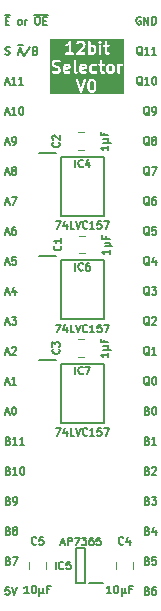
<source format=gto>
%TF.GenerationSoftware,KiCad,Pcbnew,8.0.4*%
%TF.CreationDate,2024-08-23T08:43:26+02:00*%
%TF.ProjectId,Selector 12bit,53656c65-6374-46f7-9220-31326269742e,V0*%
%TF.SameCoordinates,PX6d01460PY32de760*%
%TF.FileFunction,Legend,Top*%
%TF.FilePolarity,Positive*%
%FSLAX46Y46*%
G04 Gerber Fmt 4.6, Leading zero omitted, Abs format (unit mm)*
G04 Created by KiCad (PCBNEW 8.0.4) date 2024-08-23 08:43:26*
%MOMM*%
%LPD*%
G01*
G04 APERTURE LIST*
%ADD10C,0.150000*%
%ADD11C,0.200000*%
%ADD12C,0.120000*%
G04 APERTURE END LIST*
D10*
X13248411Y-32973344D02*
X13339125Y-33003582D01*
X13339125Y-33003582D02*
X13369363Y-33033820D01*
X13369363Y-33033820D02*
X13399601Y-33094296D01*
X13399601Y-33094296D02*
X13399601Y-33185010D01*
X13399601Y-33185010D02*
X13369363Y-33245486D01*
X13369363Y-33245486D02*
X13339125Y-33275725D01*
X13339125Y-33275725D02*
X13278649Y-33305963D01*
X13278649Y-33305963D02*
X13036744Y-33305963D01*
X13036744Y-33305963D02*
X13036744Y-32670963D01*
X13036744Y-32670963D02*
X13248411Y-32670963D01*
X13248411Y-32670963D02*
X13308887Y-32701201D01*
X13308887Y-32701201D02*
X13339125Y-32731439D01*
X13339125Y-32731439D02*
X13369363Y-32791915D01*
X13369363Y-32791915D02*
X13369363Y-32852391D01*
X13369363Y-32852391D02*
X13339125Y-32912867D01*
X13339125Y-32912867D02*
X13308887Y-32943105D01*
X13308887Y-32943105D02*
X13248411Y-32973344D01*
X13248411Y-32973344D02*
X13036744Y-32973344D01*
X13792696Y-32670963D02*
X13853173Y-32670963D01*
X13853173Y-32670963D02*
X13913649Y-32701201D01*
X13913649Y-32701201D02*
X13943887Y-32731439D01*
X13943887Y-32731439D02*
X13974125Y-32791915D01*
X13974125Y-32791915D02*
X14004363Y-32912867D01*
X14004363Y-32912867D02*
X14004363Y-33064058D01*
X14004363Y-33064058D02*
X13974125Y-33185010D01*
X13974125Y-33185010D02*
X13943887Y-33245486D01*
X13943887Y-33245486D02*
X13913649Y-33275725D01*
X13913649Y-33275725D02*
X13853173Y-33305963D01*
X13853173Y-33305963D02*
X13792696Y-33305963D01*
X13792696Y-33305963D02*
X13732220Y-33275725D01*
X13732220Y-33275725D02*
X13701982Y-33245486D01*
X13701982Y-33245486D02*
X13671744Y-33185010D01*
X13671744Y-33185010D02*
X13641506Y-33064058D01*
X13641506Y-33064058D02*
X13641506Y-32912867D01*
X13641506Y-32912867D02*
X13671744Y-32791915D01*
X13671744Y-32791915D02*
X13701982Y-32731439D01*
X13701982Y-32731439D02*
X13732220Y-32701201D01*
X13732220Y-32701201D02*
X13792696Y-32670963D01*
X13429839Y-23206439D02*
X13369363Y-23176201D01*
X13369363Y-23176201D02*
X13308887Y-23115725D01*
X13308887Y-23115725D02*
X13218173Y-23025010D01*
X13218173Y-23025010D02*
X13157696Y-22994772D01*
X13157696Y-22994772D02*
X13097220Y-22994772D01*
X13127458Y-23145963D02*
X13066982Y-23115725D01*
X13066982Y-23115725D02*
X13006506Y-23055248D01*
X13006506Y-23055248D02*
X12976268Y-22934296D01*
X12976268Y-22934296D02*
X12976268Y-22722629D01*
X12976268Y-22722629D02*
X13006506Y-22601677D01*
X13006506Y-22601677D02*
X13066982Y-22541201D01*
X13066982Y-22541201D02*
X13127458Y-22510963D01*
X13127458Y-22510963D02*
X13248411Y-22510963D01*
X13248411Y-22510963D02*
X13308887Y-22541201D01*
X13308887Y-22541201D02*
X13369363Y-22601677D01*
X13369363Y-22601677D02*
X13399601Y-22722629D01*
X13399601Y-22722629D02*
X13399601Y-22934296D01*
X13399601Y-22934296D02*
X13369363Y-23055248D01*
X13369363Y-23055248D02*
X13308887Y-23115725D01*
X13308887Y-23115725D02*
X13248411Y-23145963D01*
X13248411Y-23145963D02*
X13127458Y-23145963D01*
X13611268Y-22510963D02*
X14004363Y-22510963D01*
X14004363Y-22510963D02*
X13792696Y-22752867D01*
X13792696Y-22752867D02*
X13883411Y-22752867D01*
X13883411Y-22752867D02*
X13943887Y-22783105D01*
X13943887Y-22783105D02*
X13974125Y-22813344D01*
X13974125Y-22813344D02*
X14004363Y-22873820D01*
X14004363Y-22873820D02*
X14004363Y-23025010D01*
X14004363Y-23025010D02*
X13974125Y-23085486D01*
X13974125Y-23085486D02*
X13943887Y-23115725D01*
X13943887Y-23115725D02*
X13883411Y-23145963D01*
X13883411Y-23145963D02*
X13701982Y-23145963D01*
X13701982Y-23145963D02*
X13641506Y-23115725D01*
X13641506Y-23115725D02*
X13611268Y-23085486D01*
X13248411Y-43133344D02*
X13339125Y-43163582D01*
X13339125Y-43163582D02*
X13369363Y-43193820D01*
X13369363Y-43193820D02*
X13399601Y-43254296D01*
X13399601Y-43254296D02*
X13399601Y-43345010D01*
X13399601Y-43345010D02*
X13369363Y-43405486D01*
X13369363Y-43405486D02*
X13339125Y-43435725D01*
X13339125Y-43435725D02*
X13278649Y-43465963D01*
X13278649Y-43465963D02*
X13036744Y-43465963D01*
X13036744Y-43465963D02*
X13036744Y-42830963D01*
X13036744Y-42830963D02*
X13248411Y-42830963D01*
X13248411Y-42830963D02*
X13308887Y-42861201D01*
X13308887Y-42861201D02*
X13339125Y-42891439D01*
X13339125Y-42891439D02*
X13369363Y-42951915D01*
X13369363Y-42951915D02*
X13369363Y-43012391D01*
X13369363Y-43012391D02*
X13339125Y-43072867D01*
X13339125Y-43072867D02*
X13308887Y-43103105D01*
X13308887Y-43103105D02*
X13248411Y-43133344D01*
X13248411Y-43133344D02*
X13036744Y-43133344D01*
X13943887Y-43042629D02*
X13943887Y-43465963D01*
X13792696Y-42800725D02*
X13641506Y-43254296D01*
X13641506Y-43254296D02*
X14034601Y-43254296D01*
X13429839Y-28286439D02*
X13369363Y-28256201D01*
X13369363Y-28256201D02*
X13308887Y-28195725D01*
X13308887Y-28195725D02*
X13218173Y-28105010D01*
X13218173Y-28105010D02*
X13157696Y-28074772D01*
X13157696Y-28074772D02*
X13097220Y-28074772D01*
X13127458Y-28225963D02*
X13066982Y-28195725D01*
X13066982Y-28195725D02*
X13006506Y-28135248D01*
X13006506Y-28135248D02*
X12976268Y-28014296D01*
X12976268Y-28014296D02*
X12976268Y-27802629D01*
X12976268Y-27802629D02*
X13006506Y-27681677D01*
X13006506Y-27681677D02*
X13066982Y-27621201D01*
X13066982Y-27621201D02*
X13127458Y-27590963D01*
X13127458Y-27590963D02*
X13248411Y-27590963D01*
X13248411Y-27590963D02*
X13308887Y-27621201D01*
X13308887Y-27621201D02*
X13369363Y-27681677D01*
X13369363Y-27681677D02*
X13399601Y-27802629D01*
X13399601Y-27802629D02*
X13399601Y-28014296D01*
X13399601Y-28014296D02*
X13369363Y-28135248D01*
X13369363Y-28135248D02*
X13308887Y-28195725D01*
X13308887Y-28195725D02*
X13248411Y-28225963D01*
X13248411Y-28225963D02*
X13127458Y-28225963D01*
X14004363Y-28225963D02*
X13641506Y-28225963D01*
X13822934Y-28225963D02*
X13822934Y-27590963D01*
X13822934Y-27590963D02*
X13762458Y-27681677D01*
X13762458Y-27681677D02*
X13701982Y-27742153D01*
X13701982Y-27742153D02*
X13641506Y-27772391D01*
X12825077Y-5426439D02*
X12764601Y-5396201D01*
X12764601Y-5396201D02*
X12704125Y-5335725D01*
X12704125Y-5335725D02*
X12613411Y-5245010D01*
X12613411Y-5245010D02*
X12552934Y-5214772D01*
X12552934Y-5214772D02*
X12492458Y-5214772D01*
X12522696Y-5365963D02*
X12462220Y-5335725D01*
X12462220Y-5335725D02*
X12401744Y-5275248D01*
X12401744Y-5275248D02*
X12371506Y-5154296D01*
X12371506Y-5154296D02*
X12371506Y-4942629D01*
X12371506Y-4942629D02*
X12401744Y-4821677D01*
X12401744Y-4821677D02*
X12462220Y-4761201D01*
X12462220Y-4761201D02*
X12522696Y-4730963D01*
X12522696Y-4730963D02*
X12643649Y-4730963D01*
X12643649Y-4730963D02*
X12704125Y-4761201D01*
X12704125Y-4761201D02*
X12764601Y-4821677D01*
X12764601Y-4821677D02*
X12794839Y-4942629D01*
X12794839Y-4942629D02*
X12794839Y-5154296D01*
X12794839Y-5154296D02*
X12764601Y-5275248D01*
X12764601Y-5275248D02*
X12704125Y-5335725D01*
X12704125Y-5335725D02*
X12643649Y-5365963D01*
X12643649Y-5365963D02*
X12522696Y-5365963D01*
X13399601Y-5365963D02*
X13036744Y-5365963D01*
X13218172Y-5365963D02*
X13218172Y-4730963D01*
X13218172Y-4730963D02*
X13157696Y-4821677D01*
X13157696Y-4821677D02*
X13097220Y-4882153D01*
X13097220Y-4882153D02*
X13036744Y-4912391D01*
X13792696Y-4730963D02*
X13853173Y-4730963D01*
X13853173Y-4730963D02*
X13913649Y-4761201D01*
X13913649Y-4761201D02*
X13943887Y-4791439D01*
X13943887Y-4791439D02*
X13974125Y-4851915D01*
X13974125Y-4851915D02*
X14004363Y-4972867D01*
X14004363Y-4972867D02*
X14004363Y-5124058D01*
X14004363Y-5124058D02*
X13974125Y-5245010D01*
X13974125Y-5245010D02*
X13943887Y-5305486D01*
X13943887Y-5305486D02*
X13913649Y-5335725D01*
X13913649Y-5335725D02*
X13853173Y-5365963D01*
X13853173Y-5365963D02*
X13792696Y-5365963D01*
X13792696Y-5365963D02*
X13732220Y-5335725D01*
X13732220Y-5335725D02*
X13701982Y-5305486D01*
X13701982Y-5305486D02*
X13671744Y-5245010D01*
X13671744Y-5245010D02*
X13641506Y-5124058D01*
X13641506Y-5124058D02*
X13641506Y-4972867D01*
X13641506Y-4972867D02*
X13671744Y-4851915D01*
X13671744Y-4851915D02*
X13701982Y-4791439D01*
X13701982Y-4791439D02*
X13732220Y-4761201D01*
X13732220Y-4761201D02*
X13792696Y-4730963D01*
X13429839Y-18126439D02*
X13369363Y-18096201D01*
X13369363Y-18096201D02*
X13308887Y-18035725D01*
X13308887Y-18035725D02*
X13218173Y-17945010D01*
X13218173Y-17945010D02*
X13157696Y-17914772D01*
X13157696Y-17914772D02*
X13097220Y-17914772D01*
X13127458Y-18065963D02*
X13066982Y-18035725D01*
X13066982Y-18035725D02*
X13006506Y-17975248D01*
X13006506Y-17975248D02*
X12976268Y-17854296D01*
X12976268Y-17854296D02*
X12976268Y-17642629D01*
X12976268Y-17642629D02*
X13006506Y-17521677D01*
X13006506Y-17521677D02*
X13066982Y-17461201D01*
X13066982Y-17461201D02*
X13127458Y-17430963D01*
X13127458Y-17430963D02*
X13248411Y-17430963D01*
X13248411Y-17430963D02*
X13308887Y-17461201D01*
X13308887Y-17461201D02*
X13369363Y-17521677D01*
X13369363Y-17521677D02*
X13399601Y-17642629D01*
X13399601Y-17642629D02*
X13399601Y-17854296D01*
X13399601Y-17854296D02*
X13369363Y-17975248D01*
X13369363Y-17975248D02*
X13308887Y-18035725D01*
X13308887Y-18035725D02*
X13248411Y-18065963D01*
X13248411Y-18065963D02*
X13127458Y-18065963D01*
X13974125Y-17430963D02*
X13671744Y-17430963D01*
X13671744Y-17430963D02*
X13641506Y-17733344D01*
X13641506Y-17733344D02*
X13671744Y-17703105D01*
X13671744Y-17703105D02*
X13732220Y-17672867D01*
X13732220Y-17672867D02*
X13883411Y-17672867D01*
X13883411Y-17672867D02*
X13943887Y-17703105D01*
X13943887Y-17703105D02*
X13974125Y-17733344D01*
X13974125Y-17733344D02*
X14004363Y-17793820D01*
X14004363Y-17793820D02*
X14004363Y-17945010D01*
X14004363Y-17945010D02*
X13974125Y-18005486D01*
X13974125Y-18005486D02*
X13943887Y-18035725D01*
X13943887Y-18035725D02*
X13883411Y-18065963D01*
X13883411Y-18065963D02*
X13732220Y-18065963D01*
X13732220Y-18065963D02*
X13671744Y-18035725D01*
X13671744Y-18035725D02*
X13641506Y-18005486D01*
X13429839Y-15586439D02*
X13369363Y-15556201D01*
X13369363Y-15556201D02*
X13308887Y-15495725D01*
X13308887Y-15495725D02*
X13218173Y-15405010D01*
X13218173Y-15405010D02*
X13157696Y-15374772D01*
X13157696Y-15374772D02*
X13097220Y-15374772D01*
X13127458Y-15525963D02*
X13066982Y-15495725D01*
X13066982Y-15495725D02*
X13006506Y-15435248D01*
X13006506Y-15435248D02*
X12976268Y-15314296D01*
X12976268Y-15314296D02*
X12976268Y-15102629D01*
X12976268Y-15102629D02*
X13006506Y-14981677D01*
X13006506Y-14981677D02*
X13066982Y-14921201D01*
X13066982Y-14921201D02*
X13127458Y-14890963D01*
X13127458Y-14890963D02*
X13248411Y-14890963D01*
X13248411Y-14890963D02*
X13308887Y-14921201D01*
X13308887Y-14921201D02*
X13369363Y-14981677D01*
X13369363Y-14981677D02*
X13399601Y-15102629D01*
X13399601Y-15102629D02*
X13399601Y-15314296D01*
X13399601Y-15314296D02*
X13369363Y-15435248D01*
X13369363Y-15435248D02*
X13308887Y-15495725D01*
X13308887Y-15495725D02*
X13248411Y-15525963D01*
X13248411Y-15525963D02*
X13127458Y-15525963D01*
X13943887Y-14890963D02*
X13822934Y-14890963D01*
X13822934Y-14890963D02*
X13762458Y-14921201D01*
X13762458Y-14921201D02*
X13732220Y-14951439D01*
X13732220Y-14951439D02*
X13671744Y-15042153D01*
X13671744Y-15042153D02*
X13641506Y-15163105D01*
X13641506Y-15163105D02*
X13641506Y-15405010D01*
X13641506Y-15405010D02*
X13671744Y-15465486D01*
X13671744Y-15465486D02*
X13701982Y-15495725D01*
X13701982Y-15495725D02*
X13762458Y-15525963D01*
X13762458Y-15525963D02*
X13883411Y-15525963D01*
X13883411Y-15525963D02*
X13943887Y-15495725D01*
X13943887Y-15495725D02*
X13974125Y-15465486D01*
X13974125Y-15465486D02*
X14004363Y-15405010D01*
X14004363Y-15405010D02*
X14004363Y-15253820D01*
X14004363Y-15253820D02*
X13974125Y-15193344D01*
X13974125Y-15193344D02*
X13943887Y-15163105D01*
X13943887Y-15163105D02*
X13883411Y-15132867D01*
X13883411Y-15132867D02*
X13762458Y-15132867D01*
X13762458Y-15132867D02*
X13701982Y-15163105D01*
X13701982Y-15163105D02*
X13671744Y-15193344D01*
X13671744Y-15193344D02*
X13641506Y-15253820D01*
X1235636Y-12804534D02*
X1538017Y-12804534D01*
X1175160Y-12985963D02*
X1386826Y-12350963D01*
X1386826Y-12350963D02*
X1598493Y-12985963D01*
X1900874Y-12623105D02*
X1840398Y-12592867D01*
X1840398Y-12592867D02*
X1810160Y-12562629D01*
X1810160Y-12562629D02*
X1779922Y-12502153D01*
X1779922Y-12502153D02*
X1779922Y-12471915D01*
X1779922Y-12471915D02*
X1810160Y-12411439D01*
X1810160Y-12411439D02*
X1840398Y-12381201D01*
X1840398Y-12381201D02*
X1900874Y-12350963D01*
X1900874Y-12350963D02*
X2021827Y-12350963D01*
X2021827Y-12350963D02*
X2082303Y-12381201D01*
X2082303Y-12381201D02*
X2112541Y-12411439D01*
X2112541Y-12411439D02*
X2142779Y-12471915D01*
X2142779Y-12471915D02*
X2142779Y-12502153D01*
X2142779Y-12502153D02*
X2112541Y-12562629D01*
X2112541Y-12562629D02*
X2082303Y-12592867D01*
X2082303Y-12592867D02*
X2021827Y-12623105D01*
X2021827Y-12623105D02*
X1900874Y-12623105D01*
X1900874Y-12623105D02*
X1840398Y-12653344D01*
X1840398Y-12653344D02*
X1810160Y-12683582D01*
X1810160Y-12683582D02*
X1779922Y-12744058D01*
X1779922Y-12744058D02*
X1779922Y-12865010D01*
X1779922Y-12865010D02*
X1810160Y-12925486D01*
X1810160Y-12925486D02*
X1840398Y-12955725D01*
X1840398Y-12955725D02*
X1900874Y-12985963D01*
X1900874Y-12985963D02*
X2021827Y-12985963D01*
X2021827Y-12985963D02*
X2082303Y-12955725D01*
X2082303Y-12955725D02*
X2112541Y-12925486D01*
X2112541Y-12925486D02*
X2142779Y-12865010D01*
X2142779Y-12865010D02*
X2142779Y-12744058D01*
X2142779Y-12744058D02*
X2112541Y-12683582D01*
X2112541Y-12683582D02*
X2082303Y-12653344D01*
X2082303Y-12653344D02*
X2021827Y-12623105D01*
X1235636Y-17884534D02*
X1538017Y-17884534D01*
X1175160Y-18065963D02*
X1386826Y-17430963D01*
X1386826Y-17430963D02*
X1598493Y-18065963D01*
X2082303Y-17430963D02*
X1961350Y-17430963D01*
X1961350Y-17430963D02*
X1900874Y-17461201D01*
X1900874Y-17461201D02*
X1870636Y-17491439D01*
X1870636Y-17491439D02*
X1810160Y-17582153D01*
X1810160Y-17582153D02*
X1779922Y-17703105D01*
X1779922Y-17703105D02*
X1779922Y-17945010D01*
X1779922Y-17945010D02*
X1810160Y-18005486D01*
X1810160Y-18005486D02*
X1840398Y-18035725D01*
X1840398Y-18035725D02*
X1900874Y-18065963D01*
X1900874Y-18065963D02*
X2021827Y-18065963D01*
X2021827Y-18065963D02*
X2082303Y-18035725D01*
X2082303Y-18035725D02*
X2112541Y-18005486D01*
X2112541Y-18005486D02*
X2142779Y-17945010D01*
X2142779Y-17945010D02*
X2142779Y-17793820D01*
X2142779Y-17793820D02*
X2112541Y-17733344D01*
X2112541Y-17733344D02*
X2082303Y-17703105D01*
X2082303Y-17703105D02*
X2021827Y-17672867D01*
X2021827Y-17672867D02*
X1900874Y-17672867D01*
X1900874Y-17672867D02*
X1840398Y-17703105D01*
X1840398Y-17703105D02*
X1810160Y-17733344D01*
X1810160Y-17733344D02*
X1779922Y-17793820D01*
X1235636Y-25504534D02*
X1538017Y-25504534D01*
X1175160Y-25685963D02*
X1386826Y-25050963D01*
X1386826Y-25050963D02*
X1598493Y-25685963D01*
X1749684Y-25050963D02*
X2142779Y-25050963D01*
X2142779Y-25050963D02*
X1931112Y-25292867D01*
X1931112Y-25292867D02*
X2021827Y-25292867D01*
X2021827Y-25292867D02*
X2082303Y-25323105D01*
X2082303Y-25323105D02*
X2112541Y-25353344D01*
X2112541Y-25353344D02*
X2142779Y-25413820D01*
X2142779Y-25413820D02*
X2142779Y-25565010D01*
X2142779Y-25565010D02*
X2112541Y-25625486D01*
X2112541Y-25625486D02*
X2082303Y-25655725D01*
X2082303Y-25655725D02*
X2021827Y-25685963D01*
X2021827Y-25685963D02*
X1840398Y-25685963D01*
X1840398Y-25685963D02*
X1779922Y-25655725D01*
X1779922Y-25655725D02*
X1749684Y-25625486D01*
X1235636Y-7724534D02*
X1538017Y-7724534D01*
X1175160Y-7905963D02*
X1386826Y-7270963D01*
X1386826Y-7270963D02*
X1598493Y-7905963D01*
X2142779Y-7905963D02*
X1779922Y-7905963D01*
X1961350Y-7905963D02*
X1961350Y-7270963D01*
X1961350Y-7270963D02*
X1900874Y-7361677D01*
X1900874Y-7361677D02*
X1840398Y-7422153D01*
X1840398Y-7422153D02*
X1779922Y-7452391D01*
X2535874Y-7270963D02*
X2596351Y-7270963D01*
X2596351Y-7270963D02*
X2656827Y-7301201D01*
X2656827Y-7301201D02*
X2687065Y-7331439D01*
X2687065Y-7331439D02*
X2717303Y-7391915D01*
X2717303Y-7391915D02*
X2747541Y-7512867D01*
X2747541Y-7512867D02*
X2747541Y-7664058D01*
X2747541Y-7664058D02*
X2717303Y-7785010D01*
X2717303Y-7785010D02*
X2687065Y-7845486D01*
X2687065Y-7845486D02*
X2656827Y-7875725D01*
X2656827Y-7875725D02*
X2596351Y-7905963D01*
X2596351Y-7905963D02*
X2535874Y-7905963D01*
X2535874Y-7905963D02*
X2475398Y-7875725D01*
X2475398Y-7875725D02*
X2445160Y-7845486D01*
X2445160Y-7845486D02*
X2414922Y-7785010D01*
X2414922Y-7785010D02*
X2384684Y-7664058D01*
X2384684Y-7664058D02*
X2384684Y-7512867D01*
X2384684Y-7512867D02*
X2414922Y-7391915D01*
X2414922Y-7391915D02*
X2445160Y-7331439D01*
X2445160Y-7331439D02*
X2475398Y-7301201D01*
X2475398Y-7301201D02*
X2535874Y-7270963D01*
X1235636Y-30584534D02*
X1538017Y-30584534D01*
X1175160Y-30765963D02*
X1386826Y-30130963D01*
X1386826Y-30130963D02*
X1598493Y-30765963D01*
X2142779Y-30765963D02*
X1779922Y-30765963D01*
X1961350Y-30765963D02*
X1961350Y-30130963D01*
X1961350Y-30130963D02*
X1900874Y-30221677D01*
X1900874Y-30221677D02*
X1840398Y-30282153D01*
X1840398Y-30282153D02*
X1779922Y-30312391D01*
X13429839Y-7966439D02*
X13369363Y-7936201D01*
X13369363Y-7936201D02*
X13308887Y-7875725D01*
X13308887Y-7875725D02*
X13218173Y-7785010D01*
X13218173Y-7785010D02*
X13157696Y-7754772D01*
X13157696Y-7754772D02*
X13097220Y-7754772D01*
X13127458Y-7905963D02*
X13066982Y-7875725D01*
X13066982Y-7875725D02*
X13006506Y-7815248D01*
X13006506Y-7815248D02*
X12976268Y-7694296D01*
X12976268Y-7694296D02*
X12976268Y-7482629D01*
X12976268Y-7482629D02*
X13006506Y-7361677D01*
X13006506Y-7361677D02*
X13066982Y-7301201D01*
X13066982Y-7301201D02*
X13127458Y-7270963D01*
X13127458Y-7270963D02*
X13248411Y-7270963D01*
X13248411Y-7270963D02*
X13308887Y-7301201D01*
X13308887Y-7301201D02*
X13369363Y-7361677D01*
X13369363Y-7361677D02*
X13399601Y-7482629D01*
X13399601Y-7482629D02*
X13399601Y-7694296D01*
X13399601Y-7694296D02*
X13369363Y-7815248D01*
X13369363Y-7815248D02*
X13308887Y-7875725D01*
X13308887Y-7875725D02*
X13248411Y-7905963D01*
X13248411Y-7905963D02*
X13127458Y-7905963D01*
X13701982Y-7905963D02*
X13822934Y-7905963D01*
X13822934Y-7905963D02*
X13883411Y-7875725D01*
X13883411Y-7875725D02*
X13913649Y-7845486D01*
X13913649Y-7845486D02*
X13974125Y-7754772D01*
X13974125Y-7754772D02*
X14004363Y-7633820D01*
X14004363Y-7633820D02*
X14004363Y-7391915D01*
X14004363Y-7391915D02*
X13974125Y-7331439D01*
X13974125Y-7331439D02*
X13943887Y-7301201D01*
X13943887Y-7301201D02*
X13883411Y-7270963D01*
X13883411Y-7270963D02*
X13762458Y-7270963D01*
X13762458Y-7270963D02*
X13701982Y-7301201D01*
X13701982Y-7301201D02*
X13671744Y-7331439D01*
X13671744Y-7331439D02*
X13641506Y-7391915D01*
X13641506Y-7391915D02*
X13641506Y-7543105D01*
X13641506Y-7543105D02*
X13671744Y-7603582D01*
X13671744Y-7603582D02*
X13701982Y-7633820D01*
X13701982Y-7633820D02*
X13762458Y-7664058D01*
X13762458Y-7664058D02*
X13883411Y-7664058D01*
X13883411Y-7664058D02*
X13943887Y-7633820D01*
X13943887Y-7633820D02*
X13974125Y-7603582D01*
X13974125Y-7603582D02*
X14004363Y-7543105D01*
X13429839Y-30826439D02*
X13369363Y-30796201D01*
X13369363Y-30796201D02*
X13308887Y-30735725D01*
X13308887Y-30735725D02*
X13218173Y-30645010D01*
X13218173Y-30645010D02*
X13157696Y-30614772D01*
X13157696Y-30614772D02*
X13097220Y-30614772D01*
X13127458Y-30765963D02*
X13066982Y-30735725D01*
X13066982Y-30735725D02*
X13006506Y-30675248D01*
X13006506Y-30675248D02*
X12976268Y-30554296D01*
X12976268Y-30554296D02*
X12976268Y-30342629D01*
X12976268Y-30342629D02*
X13006506Y-30221677D01*
X13006506Y-30221677D02*
X13066982Y-30161201D01*
X13066982Y-30161201D02*
X13127458Y-30130963D01*
X13127458Y-30130963D02*
X13248411Y-30130963D01*
X13248411Y-30130963D02*
X13308887Y-30161201D01*
X13308887Y-30161201D02*
X13369363Y-30221677D01*
X13369363Y-30221677D02*
X13399601Y-30342629D01*
X13399601Y-30342629D02*
X13399601Y-30554296D01*
X13399601Y-30554296D02*
X13369363Y-30675248D01*
X13369363Y-30675248D02*
X13308887Y-30735725D01*
X13308887Y-30735725D02*
X13248411Y-30765963D01*
X13248411Y-30765963D02*
X13127458Y-30765963D01*
X13792696Y-30130963D02*
X13853173Y-30130963D01*
X13853173Y-30130963D02*
X13913649Y-30161201D01*
X13913649Y-30161201D02*
X13943887Y-30191439D01*
X13943887Y-30191439D02*
X13974125Y-30251915D01*
X13974125Y-30251915D02*
X14004363Y-30372867D01*
X14004363Y-30372867D02*
X14004363Y-30524058D01*
X14004363Y-30524058D02*
X13974125Y-30645010D01*
X13974125Y-30645010D02*
X13943887Y-30705486D01*
X13943887Y-30705486D02*
X13913649Y-30735725D01*
X13913649Y-30735725D02*
X13853173Y-30765963D01*
X13853173Y-30765963D02*
X13792696Y-30765963D01*
X13792696Y-30765963D02*
X13732220Y-30735725D01*
X13732220Y-30735725D02*
X13701982Y-30705486D01*
X13701982Y-30705486D02*
X13671744Y-30645010D01*
X13671744Y-30645010D02*
X13641506Y-30524058D01*
X13641506Y-30524058D02*
X13641506Y-30372867D01*
X13641506Y-30372867D02*
X13671744Y-30251915D01*
X13671744Y-30251915D02*
X13701982Y-30191439D01*
X13701982Y-30191439D02*
X13732220Y-30161201D01*
X13732220Y-30161201D02*
X13792696Y-30130963D01*
X1477541Y-38053344D02*
X1568255Y-38083582D01*
X1568255Y-38083582D02*
X1598493Y-38113820D01*
X1598493Y-38113820D02*
X1628731Y-38174296D01*
X1628731Y-38174296D02*
X1628731Y-38265010D01*
X1628731Y-38265010D02*
X1598493Y-38325486D01*
X1598493Y-38325486D02*
X1568255Y-38355725D01*
X1568255Y-38355725D02*
X1507779Y-38385963D01*
X1507779Y-38385963D02*
X1265874Y-38385963D01*
X1265874Y-38385963D02*
X1265874Y-37750963D01*
X1265874Y-37750963D02*
X1477541Y-37750963D01*
X1477541Y-37750963D02*
X1538017Y-37781201D01*
X1538017Y-37781201D02*
X1568255Y-37811439D01*
X1568255Y-37811439D02*
X1598493Y-37871915D01*
X1598493Y-37871915D02*
X1598493Y-37932391D01*
X1598493Y-37932391D02*
X1568255Y-37992867D01*
X1568255Y-37992867D02*
X1538017Y-38023105D01*
X1538017Y-38023105D02*
X1477541Y-38053344D01*
X1477541Y-38053344D02*
X1265874Y-38053344D01*
X2233493Y-38385963D02*
X1870636Y-38385963D01*
X2052064Y-38385963D02*
X2052064Y-37750963D01*
X2052064Y-37750963D02*
X1991588Y-37841677D01*
X1991588Y-37841677D02*
X1931112Y-37902153D01*
X1931112Y-37902153D02*
X1870636Y-37932391D01*
X2626588Y-37750963D02*
X2687065Y-37750963D01*
X2687065Y-37750963D02*
X2747541Y-37781201D01*
X2747541Y-37781201D02*
X2777779Y-37811439D01*
X2777779Y-37811439D02*
X2808017Y-37871915D01*
X2808017Y-37871915D02*
X2838255Y-37992867D01*
X2838255Y-37992867D02*
X2838255Y-38144058D01*
X2838255Y-38144058D02*
X2808017Y-38265010D01*
X2808017Y-38265010D02*
X2777779Y-38325486D01*
X2777779Y-38325486D02*
X2747541Y-38355725D01*
X2747541Y-38355725D02*
X2687065Y-38385963D01*
X2687065Y-38385963D02*
X2626588Y-38385963D01*
X2626588Y-38385963D02*
X2566112Y-38355725D01*
X2566112Y-38355725D02*
X2535874Y-38325486D01*
X2535874Y-38325486D02*
X2505636Y-38265010D01*
X2505636Y-38265010D02*
X2475398Y-38144058D01*
X2475398Y-38144058D02*
X2475398Y-37992867D01*
X2475398Y-37992867D02*
X2505636Y-37871915D01*
X2505636Y-37871915D02*
X2535874Y-37811439D01*
X2535874Y-37811439D02*
X2566112Y-37781201D01*
X2566112Y-37781201D02*
X2626588Y-37750963D01*
D11*
G36*
X8640192Y-5093024D02*
G01*
X8664861Y-5117692D01*
X8700314Y-5188599D01*
X8742285Y-5356480D01*
X8742285Y-5569956D01*
X8700314Y-5737837D01*
X8664861Y-5808743D01*
X8640192Y-5833413D01*
X8580583Y-5863219D01*
X8532559Y-5863219D01*
X8472949Y-5833414D01*
X8448282Y-5808746D01*
X8412827Y-5737837D01*
X8370857Y-5569956D01*
X8370857Y-5356481D01*
X8412827Y-5188599D01*
X8448281Y-5117692D01*
X8472949Y-5093023D01*
X8532559Y-5063219D01*
X8580583Y-5063219D01*
X8640192Y-5093024D01*
G37*
G36*
X6553463Y-3808763D02*
G01*
X6570913Y-3843663D01*
X6299428Y-3897960D01*
X6299428Y-3853072D01*
X6321583Y-3808762D01*
X6365892Y-3786608D01*
X6509154Y-3786608D01*
X6553463Y-3808763D01*
G37*
G36*
X7934416Y-3808763D02*
G01*
X7951866Y-3843663D01*
X7680381Y-3897960D01*
X7680381Y-3853072D01*
X7702536Y-3808762D01*
X7746845Y-3786608D01*
X7890107Y-3786608D01*
X7934416Y-3808763D01*
G37*
G36*
X10235431Y-3816413D02*
G01*
X10260100Y-3841081D01*
X10289905Y-3900691D01*
X10289905Y-4139191D01*
X10260100Y-4198799D01*
X10235431Y-4223469D01*
X10175822Y-4253275D01*
X10080179Y-4253275D01*
X10020569Y-4223470D01*
X9995902Y-4198802D01*
X9966096Y-4139190D01*
X9966096Y-3900691D01*
X9995901Y-3841081D01*
X10020569Y-3816412D01*
X10080179Y-3786608D01*
X10175822Y-3786608D01*
X10235431Y-3816413D01*
G37*
G36*
X8664002Y-2206469D02*
G01*
X8688671Y-2231137D01*
X8718476Y-2290747D01*
X8718476Y-2529247D01*
X8688671Y-2588855D01*
X8664002Y-2613525D01*
X8604393Y-2643331D01*
X8461131Y-2643331D01*
X8442286Y-2633908D01*
X8442286Y-2186086D01*
X8461131Y-2176664D01*
X8604393Y-2176664D01*
X8664002Y-2206469D01*
G37*
G36*
X11313381Y-6174330D02*
G01*
X5035936Y-6174330D01*
X5035936Y-4975726D01*
X7219261Y-4975726D01*
X7223608Y-4994842D01*
X7556941Y-5994841D01*
X7564932Y-6012742D01*
X7569615Y-6018141D01*
X7572810Y-6024531D01*
X7582281Y-6032746D01*
X7590497Y-6042218D01*
X7596885Y-6045412D01*
X7602286Y-6050096D01*
X7614187Y-6054063D01*
X7625396Y-6059667D01*
X7632520Y-6060173D01*
X7639302Y-6062434D01*
X7651811Y-6061544D01*
X7664316Y-6062434D01*
X7671094Y-6060174D01*
X7678222Y-6059668D01*
X7689438Y-6054059D01*
X7701332Y-6050095D01*
X7706729Y-6045414D01*
X7713121Y-6042218D01*
X7721339Y-6032742D01*
X7730808Y-6024530D01*
X7734001Y-6018143D01*
X7738686Y-6012742D01*
X7746677Y-5994842D01*
X7963567Y-5344171D01*
X8170857Y-5344171D01*
X8170857Y-5582266D01*
X8171192Y-5585668D01*
X8170975Y-5587127D01*
X8172054Y-5594424D01*
X8172778Y-5601775D01*
X8173342Y-5603138D01*
X8173843Y-5606520D01*
X8221462Y-5796995D01*
X8221975Y-5798432D01*
X8222027Y-5799155D01*
X8225135Y-5807279D01*
X8228057Y-5815456D01*
X8228487Y-5816036D01*
X8229033Y-5817463D01*
X8276652Y-5912701D01*
X8281935Y-5921093D01*
X8282947Y-5923537D01*
X8285203Y-5926286D01*
X8287095Y-5929291D01*
X8289089Y-5931020D01*
X8295384Y-5938690D01*
X8343002Y-5986310D01*
X8350670Y-5992603D01*
X8352402Y-5994600D01*
X8355410Y-5996493D01*
X8358156Y-5998747D01*
X8360596Y-5999757D01*
X8368993Y-6005043D01*
X8464230Y-6052662D01*
X8482539Y-6059668D01*
X8486122Y-6059922D01*
X8489443Y-6061298D01*
X8508952Y-6063219D01*
X8604190Y-6063219D01*
X8623699Y-6061298D01*
X8627019Y-6059922D01*
X8630603Y-6059668D01*
X8648911Y-6052662D01*
X8744149Y-6005043D01*
X8752544Y-5999758D01*
X8754986Y-5998747D01*
X8757733Y-5996491D01*
X8760739Y-5994600D01*
X8762469Y-5992605D01*
X8770139Y-5986310D01*
X8817758Y-5938690D01*
X8824050Y-5931023D01*
X8826047Y-5929292D01*
X8827940Y-5926284D01*
X8830195Y-5923537D01*
X8831206Y-5921095D01*
X8836490Y-5912701D01*
X8884109Y-5817464D01*
X8884655Y-5816035D01*
X8885085Y-5815456D01*
X8888006Y-5807279D01*
X8891115Y-5799155D01*
X8891166Y-5798434D01*
X8891680Y-5796996D01*
X8939299Y-5606520D01*
X8939799Y-5603138D01*
X8940364Y-5601775D01*
X8941087Y-5594424D01*
X8942167Y-5587127D01*
X8941949Y-5585668D01*
X8942285Y-5582266D01*
X8942285Y-5344171D01*
X8941949Y-5340768D01*
X8942167Y-5339310D01*
X8941087Y-5332012D01*
X8940364Y-5324662D01*
X8939799Y-5323298D01*
X8939299Y-5319917D01*
X8891680Y-5129441D01*
X8891166Y-5128002D01*
X8891115Y-5127282D01*
X8888006Y-5119157D01*
X8885085Y-5110981D01*
X8884655Y-5110401D01*
X8884109Y-5108973D01*
X8836490Y-5013736D01*
X8831204Y-5005339D01*
X8830194Y-5002899D01*
X8827940Y-5000153D01*
X8826047Y-4997145D01*
X8824049Y-4995412D01*
X8817757Y-4987746D01*
X8770139Y-4940127D01*
X8762468Y-4933832D01*
X8760739Y-4931838D01*
X8757731Y-4929944D01*
X8754985Y-4927691D01*
X8752545Y-4926680D01*
X8744149Y-4921395D01*
X8648911Y-4873776D01*
X8630603Y-4866770D01*
X8627019Y-4866515D01*
X8623699Y-4865140D01*
X8604190Y-4863219D01*
X8508952Y-4863219D01*
X8489443Y-4865140D01*
X8486122Y-4866515D01*
X8482539Y-4866770D01*
X8464230Y-4873776D01*
X8368993Y-4921395D01*
X8360596Y-4926680D01*
X8358156Y-4927691D01*
X8355410Y-4929944D01*
X8352402Y-4931838D01*
X8350669Y-4933835D01*
X8343003Y-4940128D01*
X8295384Y-4987746D01*
X8289089Y-4995416D01*
X8287095Y-4997146D01*
X8285201Y-5000153D01*
X8282948Y-5002900D01*
X8281937Y-5005339D01*
X8276652Y-5013736D01*
X8229033Y-5108974D01*
X8228487Y-5110400D01*
X8228057Y-5110981D01*
X8225135Y-5119157D01*
X8222027Y-5127282D01*
X8221975Y-5128004D01*
X8221462Y-5129442D01*
X8173843Y-5319917D01*
X8173342Y-5323298D01*
X8172778Y-5324662D01*
X8172054Y-5332012D01*
X8170975Y-5339310D01*
X8171192Y-5340768D01*
X8170857Y-5344171D01*
X7963567Y-5344171D01*
X8080010Y-4994842D01*
X8084357Y-4975727D01*
X8081591Y-4936807D01*
X8064141Y-4901908D01*
X8034665Y-4876343D01*
X7997649Y-4864004D01*
X7958729Y-4866771D01*
X7923830Y-4884220D01*
X7898265Y-4913696D01*
X7890274Y-4931597D01*
X7651809Y-5646991D01*
X7413344Y-4931596D01*
X7405353Y-4913696D01*
X7379788Y-4884220D01*
X7344889Y-4866770D01*
X7305969Y-4864004D01*
X7268953Y-4876342D01*
X7239477Y-4901907D01*
X7222027Y-4936806D01*
X7219261Y-4975726D01*
X5035936Y-4975726D01*
X5035936Y-3543751D01*
X5147047Y-3543751D01*
X5147047Y-3638989D01*
X5148968Y-3658498D01*
X5150343Y-3661818D01*
X5150598Y-3665402D01*
X5157604Y-3683710D01*
X5205223Y-3778948D01*
X5210508Y-3787344D01*
X5211519Y-3789784D01*
X5213772Y-3792530D01*
X5215666Y-3795538D01*
X5217660Y-3797267D01*
X5223955Y-3804938D01*
X5271574Y-3852556D01*
X5279240Y-3858848D01*
X5280973Y-3860846D01*
X5283981Y-3862739D01*
X5286727Y-3864993D01*
X5289167Y-3866003D01*
X5297564Y-3871289D01*
X5392801Y-3918908D01*
X5394229Y-3919454D01*
X5394809Y-3919884D01*
X5402985Y-3922805D01*
X5411110Y-3925914D01*
X5411830Y-3925965D01*
X5413269Y-3926479D01*
X5593094Y-3971435D01*
X5664001Y-4006889D01*
X5688670Y-4031557D01*
X5718475Y-4091167D01*
X5718475Y-4139191D01*
X5688670Y-4198799D01*
X5664001Y-4223469D01*
X5604392Y-4253275D01*
X5406130Y-4253275D01*
X5278670Y-4210788D01*
X5259554Y-4206441D01*
X5220634Y-4209207D01*
X5185735Y-4226657D01*
X5160170Y-4256133D01*
X5147832Y-4293149D01*
X5150598Y-4332069D01*
X5168048Y-4366968D01*
X5197524Y-4392533D01*
X5215424Y-4400524D01*
X5358281Y-4448143D01*
X5367953Y-4450342D01*
X5370395Y-4451354D01*
X5373932Y-4451702D01*
X5377396Y-4452490D01*
X5380030Y-4452302D01*
X5389904Y-4453275D01*
X5627999Y-4453275D01*
X5647508Y-4451354D01*
X5650828Y-4449978D01*
X5654412Y-4449724D01*
X5672720Y-4442718D01*
X5767958Y-4395099D01*
X5776353Y-4389814D01*
X5778795Y-4388803D01*
X5781542Y-4386547D01*
X5784548Y-4384656D01*
X5786278Y-4382661D01*
X5793948Y-4376366D01*
X5841567Y-4328746D01*
X5847859Y-4321079D01*
X5849856Y-4319348D01*
X5851749Y-4316340D01*
X5854004Y-4313593D01*
X5855015Y-4311151D01*
X5860299Y-4302757D01*
X5907918Y-4207520D01*
X5914924Y-4189211D01*
X5915178Y-4185627D01*
X5916554Y-4182307D01*
X5918475Y-4162798D01*
X5918475Y-4067560D01*
X5916554Y-4048051D01*
X5915178Y-4044730D01*
X5914924Y-4041147D01*
X5907918Y-4022838D01*
X5860299Y-3927601D01*
X5855013Y-3919204D01*
X5854003Y-3916764D01*
X5851749Y-3914018D01*
X5849856Y-3911010D01*
X5847858Y-3909277D01*
X5841566Y-3901611D01*
X5793948Y-3853992D01*
X5786277Y-3847697D01*
X5784548Y-3845703D01*
X5781540Y-3843809D01*
X5778794Y-3841556D01*
X5776354Y-3840545D01*
X5767958Y-3835260D01*
X5756368Y-3829465D01*
X6099428Y-3829465D01*
X6099428Y-4210417D01*
X6101349Y-4229926D01*
X6102724Y-4233246D01*
X6102979Y-4236829D01*
X6109985Y-4255138D01*
X6157604Y-4350377D01*
X6159657Y-4353640D01*
X6160171Y-4355179D01*
X6161833Y-4357095D01*
X6168047Y-4366967D01*
X6177518Y-4375181D01*
X6185735Y-4384656D01*
X6195605Y-4390868D01*
X6197523Y-4392532D01*
X6199063Y-4393045D01*
X6202326Y-4395099D01*
X6297563Y-4442718D01*
X6315872Y-4449724D01*
X6319455Y-4449978D01*
X6322776Y-4451354D01*
X6342285Y-4453275D01*
X6532761Y-4453275D01*
X6552270Y-4451354D01*
X6555590Y-4449978D01*
X6559174Y-4449724D01*
X6577482Y-4442718D01*
X6672720Y-4395099D01*
X6689310Y-4384656D01*
X6714875Y-4355179D01*
X6727213Y-4318163D01*
X6724448Y-4279243D01*
X6706999Y-4244345D01*
X6677522Y-4218780D01*
X6640506Y-4206441D01*
X6601586Y-4209207D01*
X6583277Y-4216213D01*
X6509154Y-4253275D01*
X6365892Y-4253275D01*
X6321582Y-4231120D01*
X6299428Y-4186810D01*
X6299428Y-4101921D01*
X6695124Y-4022782D01*
X6695127Y-4022782D01*
X6695129Y-4022780D01*
X6695229Y-4022761D01*
X6713983Y-4017051D01*
X6722123Y-4011599D01*
X6731175Y-4007850D01*
X6738176Y-4000848D01*
X6746402Y-3995340D01*
X6751836Y-3987188D01*
X6758765Y-3980260D01*
X6762554Y-3971112D01*
X6768046Y-3962875D01*
X6769947Y-3953264D01*
X6773697Y-3944212D01*
X6775618Y-3924703D01*
X6775618Y-3829465D01*
X6773697Y-3809956D01*
X6772321Y-3806635D01*
X6772067Y-3803052D01*
X6765061Y-3784743D01*
X6717442Y-3689506D01*
X6715387Y-3686242D01*
X6714875Y-3684704D01*
X6713213Y-3682788D01*
X6706999Y-3672915D01*
X6697523Y-3664697D01*
X6689310Y-3655227D01*
X6679438Y-3649013D01*
X6677522Y-3647351D01*
X6675983Y-3646837D01*
X6672720Y-3644784D01*
X6577482Y-3597165D01*
X6559174Y-3590159D01*
X6555590Y-3589904D01*
X6552270Y-3588529D01*
X6532761Y-3586608D01*
X6342285Y-3586608D01*
X6322776Y-3588529D01*
X6319455Y-3589904D01*
X6315872Y-3590159D01*
X6297563Y-3597165D01*
X6202326Y-3644784D01*
X6199062Y-3646838D01*
X6197524Y-3647351D01*
X6195608Y-3649012D01*
X6185735Y-3655227D01*
X6177517Y-3664702D01*
X6168047Y-3672916D01*
X6161833Y-3682787D01*
X6160171Y-3684704D01*
X6159657Y-3686242D01*
X6157604Y-3689506D01*
X6109985Y-3784744D01*
X6102979Y-3803052D01*
X6102724Y-3806635D01*
X6101349Y-3809956D01*
X6099428Y-3829465D01*
X5756368Y-3829465D01*
X5672720Y-3787641D01*
X5671293Y-3787095D01*
X5670713Y-3786665D01*
X5662536Y-3783743D01*
X5654412Y-3780635D01*
X5653689Y-3780583D01*
X5652252Y-3780070D01*
X5472427Y-3735113D01*
X5401520Y-3699660D01*
X5376852Y-3674991D01*
X5347047Y-3615381D01*
X5347047Y-3567358D01*
X5376852Y-3507748D01*
X5401520Y-3483079D01*
X5461130Y-3453275D01*
X5659391Y-3453275D01*
X5786852Y-3495762D01*
X5805967Y-3500109D01*
X5844887Y-3497343D01*
X5879786Y-3479893D01*
X5905351Y-3450417D01*
X5917690Y-3413401D01*
X5914923Y-3374481D01*
X5904320Y-3353275D01*
X7004190Y-3353275D01*
X7004190Y-4210417D01*
X7006111Y-4229926D01*
X7007486Y-4233246D01*
X7007741Y-4236829D01*
X7014747Y-4255138D01*
X7062366Y-4350377D01*
X7064419Y-4353640D01*
X7064933Y-4355179D01*
X7066595Y-4357095D01*
X7072809Y-4366967D01*
X7082280Y-4375181D01*
X7090497Y-4384656D01*
X7100367Y-4390868D01*
X7102285Y-4392532D01*
X7103825Y-4393045D01*
X7107088Y-4395099D01*
X7202325Y-4442718D01*
X7220634Y-4449724D01*
X7259554Y-4452490D01*
X7296570Y-4440151D01*
X7326047Y-4414586D01*
X7343496Y-4379688D01*
X7346261Y-4340768D01*
X7333923Y-4303752D01*
X7308358Y-4274275D01*
X7291768Y-4263832D01*
X7226344Y-4231120D01*
X7204190Y-4186810D01*
X7204190Y-3829465D01*
X7480381Y-3829465D01*
X7480381Y-4210417D01*
X7482302Y-4229926D01*
X7483677Y-4233246D01*
X7483932Y-4236829D01*
X7490938Y-4255138D01*
X7538557Y-4350377D01*
X7540610Y-4353640D01*
X7541124Y-4355179D01*
X7542786Y-4357095D01*
X7549000Y-4366967D01*
X7558471Y-4375181D01*
X7566688Y-4384656D01*
X7576558Y-4390868D01*
X7578476Y-4392532D01*
X7580016Y-4393045D01*
X7583279Y-4395099D01*
X7678516Y-4442718D01*
X7696825Y-4449724D01*
X7700408Y-4449978D01*
X7703729Y-4451354D01*
X7723238Y-4453275D01*
X7913714Y-4453275D01*
X7933223Y-4451354D01*
X7936543Y-4449978D01*
X7940127Y-4449724D01*
X7958435Y-4442718D01*
X8053673Y-4395099D01*
X8070263Y-4384656D01*
X8095828Y-4355179D01*
X8108166Y-4318163D01*
X8105401Y-4279243D01*
X8087952Y-4244345D01*
X8058475Y-4218780D01*
X8021459Y-4206441D01*
X7982539Y-4209207D01*
X7964230Y-4216213D01*
X7890107Y-4253275D01*
X7746845Y-4253275D01*
X7702535Y-4231120D01*
X7680381Y-4186810D01*
X7680381Y-4101921D01*
X8076077Y-4022782D01*
X8076080Y-4022782D01*
X8076082Y-4022780D01*
X8076182Y-4022761D01*
X8094936Y-4017051D01*
X8103076Y-4011599D01*
X8112128Y-4007850D01*
X8119129Y-4000848D01*
X8127355Y-3995340D01*
X8132789Y-3987188D01*
X8139718Y-3980260D01*
X8143507Y-3971112D01*
X8148999Y-3962875D01*
X8150900Y-3953264D01*
X8154650Y-3944212D01*
X8156571Y-3924703D01*
X8156571Y-3877084D01*
X8337524Y-3877084D01*
X8337524Y-4162798D01*
X8339445Y-4182307D01*
X8340820Y-4185627D01*
X8341075Y-4189211D01*
X8348081Y-4207519D01*
X8395700Y-4302757D01*
X8400983Y-4311149D01*
X8401995Y-4313593D01*
X8404251Y-4316342D01*
X8406143Y-4319347D01*
X8408137Y-4321076D01*
X8414432Y-4328746D01*
X8462050Y-4376366D01*
X8469718Y-4382659D01*
X8471450Y-4384656D01*
X8474458Y-4386549D01*
X8477204Y-4388803D01*
X8479644Y-4389813D01*
X8488041Y-4395099D01*
X8583278Y-4442718D01*
X8601587Y-4449724D01*
X8605170Y-4449978D01*
X8608491Y-4451354D01*
X8628000Y-4453275D01*
X8818476Y-4453275D01*
X8837985Y-4451354D01*
X8841305Y-4449978D01*
X8844889Y-4449724D01*
X8863197Y-4442718D01*
X8958435Y-4395099D01*
X8975025Y-4384656D01*
X9000590Y-4355179D01*
X9012928Y-4318163D01*
X9010163Y-4279243D01*
X8992714Y-4244345D01*
X8963237Y-4218780D01*
X8926221Y-4206441D01*
X8887301Y-4209207D01*
X8868992Y-4216213D01*
X8794869Y-4253275D01*
X8651607Y-4253275D01*
X8591997Y-4223470D01*
X8567330Y-4198802D01*
X8537524Y-4139190D01*
X8537524Y-3900691D01*
X8567329Y-3841081D01*
X8591997Y-3816412D01*
X8651607Y-3786608D01*
X8794869Y-3786608D01*
X8868992Y-3823670D01*
X8887301Y-3830676D01*
X8926221Y-3833442D01*
X8963237Y-3821103D01*
X8992714Y-3795538D01*
X9010163Y-3760640D01*
X9012928Y-3721720D01*
X9000590Y-3684704D01*
X8985321Y-3667099D01*
X9101350Y-3667099D01*
X9101350Y-3706117D01*
X9116282Y-3742165D01*
X9143872Y-3769755D01*
X9179920Y-3784687D01*
X9199429Y-3786608D01*
X9242286Y-3786608D01*
X9242286Y-4210417D01*
X9244207Y-4229926D01*
X9245582Y-4233246D01*
X9245837Y-4236829D01*
X9252843Y-4255138D01*
X9300462Y-4350377D01*
X9302515Y-4353640D01*
X9303029Y-4355179D01*
X9304691Y-4357095D01*
X9310905Y-4366967D01*
X9320376Y-4375181D01*
X9328593Y-4384656D01*
X9338463Y-4390868D01*
X9340381Y-4392532D01*
X9341921Y-4393045D01*
X9345184Y-4395099D01*
X9440421Y-4442718D01*
X9458730Y-4449724D01*
X9462313Y-4449978D01*
X9465634Y-4451354D01*
X9485143Y-4453275D01*
X9580381Y-4453275D01*
X9599890Y-4451354D01*
X9635938Y-4436422D01*
X9663528Y-4408832D01*
X9678460Y-4372784D01*
X9678460Y-4333766D01*
X9663528Y-4297718D01*
X9635938Y-4270128D01*
X9599890Y-4255196D01*
X9580381Y-4253275D01*
X9508750Y-4253275D01*
X9464440Y-4231120D01*
X9442286Y-4186810D01*
X9442286Y-3877084D01*
X9766096Y-3877084D01*
X9766096Y-4162798D01*
X9768017Y-4182307D01*
X9769392Y-4185627D01*
X9769647Y-4189211D01*
X9776653Y-4207519D01*
X9824272Y-4302757D01*
X9829555Y-4311149D01*
X9830567Y-4313593D01*
X9832823Y-4316342D01*
X9834715Y-4319347D01*
X9836709Y-4321076D01*
X9843004Y-4328746D01*
X9890622Y-4376366D01*
X9898290Y-4382659D01*
X9900022Y-4384656D01*
X9903030Y-4386549D01*
X9905776Y-4388803D01*
X9908216Y-4389813D01*
X9916613Y-4395099D01*
X10011850Y-4442718D01*
X10030159Y-4449724D01*
X10033742Y-4449978D01*
X10037063Y-4451354D01*
X10056572Y-4453275D01*
X10199429Y-4453275D01*
X10218938Y-4451354D01*
X10222258Y-4449978D01*
X10225842Y-4449724D01*
X10244150Y-4442718D01*
X10339388Y-4395099D01*
X10347783Y-4389814D01*
X10350225Y-4388803D01*
X10352972Y-4386547D01*
X10355978Y-4384656D01*
X10357708Y-4382661D01*
X10365378Y-4376366D01*
X10412997Y-4328746D01*
X10419289Y-4321079D01*
X10421286Y-4319348D01*
X10423179Y-4316340D01*
X10425434Y-4313593D01*
X10426445Y-4311151D01*
X10431729Y-4302757D01*
X10479348Y-4207520D01*
X10486354Y-4189211D01*
X10486608Y-4185627D01*
X10487984Y-4182307D01*
X10489905Y-4162798D01*
X10489905Y-3877084D01*
X10487984Y-3857575D01*
X10486608Y-3854254D01*
X10486354Y-3850671D01*
X10479348Y-3832362D01*
X10431729Y-3737125D01*
X10426443Y-3728728D01*
X10425433Y-3726288D01*
X10423179Y-3723542D01*
X10421286Y-3720534D01*
X10419288Y-3718801D01*
X10412996Y-3711135D01*
X10388470Y-3686608D01*
X10718477Y-3686608D01*
X10718477Y-4353275D01*
X10720398Y-4372784D01*
X10735330Y-4408832D01*
X10762920Y-4436422D01*
X10798968Y-4451354D01*
X10837986Y-4451354D01*
X10874034Y-4436422D01*
X10901624Y-4408832D01*
X10916556Y-4372784D01*
X10918477Y-4353275D01*
X10918477Y-3900691D01*
X10948282Y-3841081D01*
X10972950Y-3816412D01*
X11032560Y-3786608D01*
X11104191Y-3786608D01*
X11123700Y-3784687D01*
X11159748Y-3769755D01*
X11187338Y-3742165D01*
X11202270Y-3706117D01*
X11202270Y-3667099D01*
X11187338Y-3631051D01*
X11159748Y-3603461D01*
X11123700Y-3588529D01*
X11104191Y-3586608D01*
X11008953Y-3586608D01*
X10989444Y-3588529D01*
X10986123Y-3589904D01*
X10982540Y-3590159D01*
X10964231Y-3597165D01*
X10899902Y-3629329D01*
X10874034Y-3603461D01*
X10837986Y-3588529D01*
X10798968Y-3588529D01*
X10762920Y-3603461D01*
X10735330Y-3631051D01*
X10720398Y-3667099D01*
X10718477Y-3686608D01*
X10388470Y-3686608D01*
X10365378Y-3663516D01*
X10357707Y-3657221D01*
X10355978Y-3655227D01*
X10352970Y-3653333D01*
X10350224Y-3651080D01*
X10347784Y-3650069D01*
X10339388Y-3644784D01*
X10244150Y-3597165D01*
X10225842Y-3590159D01*
X10222258Y-3589904D01*
X10218938Y-3588529D01*
X10199429Y-3586608D01*
X10056572Y-3586608D01*
X10037063Y-3588529D01*
X10033742Y-3589904D01*
X10030159Y-3590159D01*
X10011850Y-3597165D01*
X9916613Y-3644784D01*
X9908216Y-3650069D01*
X9905776Y-3651080D01*
X9903030Y-3653333D01*
X9900022Y-3655227D01*
X9898289Y-3657224D01*
X9890623Y-3663517D01*
X9843004Y-3711135D01*
X9836709Y-3718805D01*
X9834715Y-3720535D01*
X9832821Y-3723542D01*
X9830568Y-3726289D01*
X9829557Y-3728728D01*
X9824272Y-3737125D01*
X9776653Y-3832363D01*
X9769647Y-3850671D01*
X9769392Y-3854254D01*
X9768017Y-3857575D01*
X9766096Y-3877084D01*
X9442286Y-3877084D01*
X9442286Y-3786608D01*
X9580381Y-3786608D01*
X9599890Y-3784687D01*
X9635938Y-3769755D01*
X9663528Y-3742165D01*
X9678460Y-3706117D01*
X9678460Y-3667099D01*
X9663528Y-3631051D01*
X9635938Y-3603461D01*
X9599890Y-3588529D01*
X9580381Y-3586608D01*
X9442286Y-3586608D01*
X9442286Y-3353275D01*
X9440365Y-3333766D01*
X9425433Y-3297718D01*
X9397843Y-3270128D01*
X9361795Y-3255196D01*
X9322777Y-3255196D01*
X9286729Y-3270128D01*
X9259139Y-3297718D01*
X9244207Y-3333766D01*
X9242286Y-3353275D01*
X9242286Y-3586608D01*
X9199429Y-3586608D01*
X9179920Y-3588529D01*
X9143872Y-3603461D01*
X9116282Y-3631051D01*
X9101350Y-3667099D01*
X8985321Y-3667099D01*
X8975025Y-3655227D01*
X8958435Y-3644784D01*
X8863197Y-3597165D01*
X8844889Y-3590159D01*
X8841305Y-3589904D01*
X8837985Y-3588529D01*
X8818476Y-3586608D01*
X8628000Y-3586608D01*
X8608491Y-3588529D01*
X8605170Y-3589904D01*
X8601587Y-3590159D01*
X8583278Y-3597165D01*
X8488041Y-3644784D01*
X8479644Y-3650069D01*
X8477204Y-3651080D01*
X8474458Y-3653333D01*
X8471450Y-3655227D01*
X8469717Y-3657224D01*
X8462051Y-3663517D01*
X8414432Y-3711135D01*
X8408137Y-3718805D01*
X8406143Y-3720535D01*
X8404249Y-3723542D01*
X8401996Y-3726289D01*
X8400985Y-3728728D01*
X8395700Y-3737125D01*
X8348081Y-3832363D01*
X8341075Y-3850671D01*
X8340820Y-3854254D01*
X8339445Y-3857575D01*
X8337524Y-3877084D01*
X8156571Y-3877084D01*
X8156571Y-3829465D01*
X8154650Y-3809956D01*
X8153274Y-3806635D01*
X8153020Y-3803052D01*
X8146014Y-3784743D01*
X8098395Y-3689506D01*
X8096340Y-3686242D01*
X8095828Y-3684704D01*
X8094166Y-3682788D01*
X8087952Y-3672915D01*
X8078476Y-3664697D01*
X8070263Y-3655227D01*
X8060391Y-3649013D01*
X8058475Y-3647351D01*
X8056936Y-3646837D01*
X8053673Y-3644784D01*
X7958435Y-3597165D01*
X7940127Y-3590159D01*
X7936543Y-3589904D01*
X7933223Y-3588529D01*
X7913714Y-3586608D01*
X7723238Y-3586608D01*
X7703729Y-3588529D01*
X7700408Y-3589904D01*
X7696825Y-3590159D01*
X7678516Y-3597165D01*
X7583279Y-3644784D01*
X7580015Y-3646838D01*
X7578477Y-3647351D01*
X7576561Y-3649012D01*
X7566688Y-3655227D01*
X7558470Y-3664702D01*
X7549000Y-3672916D01*
X7542786Y-3682787D01*
X7541124Y-3684704D01*
X7540610Y-3686242D01*
X7538557Y-3689506D01*
X7490938Y-3784744D01*
X7483932Y-3803052D01*
X7483677Y-3806635D01*
X7482302Y-3809956D01*
X7480381Y-3829465D01*
X7204190Y-3829465D01*
X7204190Y-3353275D01*
X7202269Y-3333766D01*
X7187337Y-3297718D01*
X7159747Y-3270128D01*
X7123699Y-3255196D01*
X7084681Y-3255196D01*
X7048633Y-3270128D01*
X7021043Y-3297718D01*
X7006111Y-3333766D01*
X7004190Y-3353275D01*
X5904320Y-3353275D01*
X5897474Y-3339582D01*
X5867998Y-3314017D01*
X5850097Y-3306026D01*
X5707241Y-3258407D01*
X5697569Y-3256207D01*
X5695127Y-3255196D01*
X5691588Y-3254847D01*
X5688125Y-3254060D01*
X5685491Y-3254247D01*
X5675618Y-3253275D01*
X5437523Y-3253275D01*
X5418014Y-3255196D01*
X5414693Y-3256571D01*
X5411110Y-3256826D01*
X5392801Y-3263832D01*
X5297564Y-3311451D01*
X5289167Y-3316736D01*
X5286727Y-3317747D01*
X5283981Y-3320000D01*
X5280973Y-3321894D01*
X5279240Y-3323891D01*
X5271574Y-3330184D01*
X5223955Y-3377802D01*
X5217660Y-3385472D01*
X5215666Y-3387202D01*
X5213772Y-3390209D01*
X5211519Y-3392956D01*
X5210508Y-3395395D01*
X5205223Y-3403792D01*
X5157604Y-3499030D01*
X5150598Y-3517338D01*
X5150343Y-3520921D01*
X5148968Y-3524242D01*
X5147047Y-3543751D01*
X5035936Y-3543751D01*
X5035936Y-2016538D01*
X6290690Y-2016538D01*
X6293456Y-2055458D01*
X6310905Y-2090357D01*
X6340382Y-2115921D01*
X6377398Y-2128260D01*
X6416318Y-2125494D01*
X6434626Y-2118488D01*
X6529864Y-2070869D01*
X6538260Y-2065583D01*
X6540700Y-2064573D01*
X6543446Y-2062319D01*
X6546454Y-2060426D01*
X6548183Y-2058431D01*
X6555854Y-2052137D01*
X6575619Y-2032372D01*
X6575619Y-2643331D01*
X6389905Y-2643331D01*
X6370396Y-2645252D01*
X6334348Y-2660184D01*
X6306758Y-2687774D01*
X6291826Y-2723822D01*
X6291826Y-2762840D01*
X6306758Y-2798888D01*
X6334348Y-2826478D01*
X6370396Y-2841410D01*
X6389905Y-2843331D01*
X6961333Y-2843331D01*
X6980842Y-2841410D01*
X7016890Y-2826478D01*
X7044480Y-2798888D01*
X7059412Y-2762840D01*
X7059412Y-2723822D01*
X7196588Y-2723822D01*
X7196588Y-2762840D01*
X7211520Y-2798888D01*
X7239110Y-2826478D01*
X7275158Y-2841410D01*
X7294667Y-2843331D01*
X7913714Y-2843331D01*
X7933223Y-2841410D01*
X7969271Y-2826478D01*
X7996861Y-2798888D01*
X8011793Y-2762840D01*
X8011793Y-2723822D01*
X7996861Y-2687774D01*
X7969271Y-2660184D01*
X7933223Y-2645252D01*
X7913714Y-2643331D01*
X7536089Y-2643331D01*
X7936806Y-2242613D01*
X7949242Y-2227459D01*
X7950616Y-2224140D01*
X7952972Y-2221425D01*
X7960963Y-2203525D01*
X8008582Y-2060668D01*
X8010781Y-2050995D01*
X8011793Y-2048554D01*
X8012141Y-2045016D01*
X8012929Y-2041553D01*
X8012741Y-2038918D01*
X8013714Y-2029045D01*
X8013714Y-1933807D01*
X8011793Y-1914298D01*
X8010417Y-1910977D01*
X8010163Y-1907394D01*
X8003157Y-1889085D01*
X7955538Y-1793848D01*
X7950252Y-1785451D01*
X7949242Y-1783011D01*
X7946988Y-1780265D01*
X7945095Y-1777257D01*
X7943097Y-1775524D01*
X7936805Y-1767858D01*
X7912279Y-1743331D01*
X8242286Y-1743331D01*
X8242286Y-2743331D01*
X8244207Y-2762840D01*
X8259139Y-2798888D01*
X8286729Y-2826478D01*
X8322777Y-2841410D01*
X8361795Y-2841410D01*
X8388199Y-2830472D01*
X8392802Y-2832774D01*
X8411111Y-2839780D01*
X8414694Y-2840034D01*
X8418015Y-2841410D01*
X8437524Y-2843331D01*
X8628000Y-2843331D01*
X8647509Y-2841410D01*
X8650829Y-2840034D01*
X8654413Y-2839780D01*
X8672721Y-2832774D01*
X8767959Y-2785155D01*
X8776354Y-2779870D01*
X8778796Y-2778859D01*
X8781543Y-2776603D01*
X8784549Y-2774712D01*
X8786279Y-2772717D01*
X8793949Y-2766422D01*
X8841568Y-2718802D01*
X8847860Y-2711135D01*
X8849857Y-2709404D01*
X8851750Y-2706396D01*
X8854005Y-2703649D01*
X8855016Y-2701207D01*
X8860300Y-2692813D01*
X8907919Y-2597576D01*
X8914925Y-2579267D01*
X8915179Y-2575683D01*
X8916555Y-2572363D01*
X8918476Y-2552854D01*
X8918476Y-2267140D01*
X8916555Y-2247631D01*
X8915179Y-2244310D01*
X8914925Y-2240727D01*
X8907919Y-2222418D01*
X8860300Y-2127181D01*
X8855014Y-2118784D01*
X8854004Y-2116344D01*
X8851750Y-2113598D01*
X8849857Y-2110590D01*
X8847859Y-2108857D01*
X8841567Y-2101191D01*
X8817041Y-2076664D01*
X9147048Y-2076664D01*
X9147048Y-2743331D01*
X9148969Y-2762840D01*
X9163901Y-2798888D01*
X9191491Y-2826478D01*
X9227539Y-2841410D01*
X9266557Y-2841410D01*
X9302605Y-2826478D01*
X9330195Y-2798888D01*
X9345127Y-2762840D01*
X9347048Y-2743331D01*
X9347048Y-2076664D01*
X9345127Y-2057155D01*
X9482302Y-2057155D01*
X9482302Y-2096173D01*
X9497234Y-2132221D01*
X9524824Y-2159811D01*
X9560872Y-2174743D01*
X9580381Y-2176664D01*
X9623238Y-2176664D01*
X9623238Y-2600473D01*
X9625159Y-2619982D01*
X9626534Y-2623302D01*
X9626789Y-2626885D01*
X9633795Y-2645194D01*
X9681414Y-2740433D01*
X9683467Y-2743696D01*
X9683981Y-2745235D01*
X9685643Y-2747151D01*
X9691857Y-2757023D01*
X9701328Y-2765237D01*
X9709545Y-2774712D01*
X9719415Y-2780924D01*
X9721333Y-2782588D01*
X9722873Y-2783101D01*
X9726136Y-2785155D01*
X9821373Y-2832774D01*
X9839682Y-2839780D01*
X9843265Y-2840034D01*
X9846586Y-2841410D01*
X9866095Y-2843331D01*
X9961333Y-2843331D01*
X9980842Y-2841410D01*
X10016890Y-2826478D01*
X10044480Y-2798888D01*
X10059412Y-2762840D01*
X10059412Y-2723822D01*
X10044480Y-2687774D01*
X10016890Y-2660184D01*
X9980842Y-2645252D01*
X9961333Y-2643331D01*
X9889702Y-2643331D01*
X9845392Y-2621176D01*
X9823238Y-2576866D01*
X9823238Y-2176664D01*
X9961333Y-2176664D01*
X9980842Y-2174743D01*
X10016890Y-2159811D01*
X10044480Y-2132221D01*
X10059412Y-2096173D01*
X10059412Y-2057155D01*
X10044480Y-2021107D01*
X10016890Y-1993517D01*
X9980842Y-1978585D01*
X9961333Y-1976664D01*
X9823238Y-1976664D01*
X9823238Y-1743331D01*
X9821317Y-1723822D01*
X9806385Y-1687774D01*
X9778795Y-1660184D01*
X9742747Y-1645252D01*
X9703729Y-1645252D01*
X9667681Y-1660184D01*
X9640091Y-1687774D01*
X9625159Y-1723822D01*
X9623238Y-1743331D01*
X9623238Y-1976664D01*
X9580381Y-1976664D01*
X9560872Y-1978585D01*
X9524824Y-1993517D01*
X9497234Y-2021107D01*
X9482302Y-2057155D01*
X9345127Y-2057155D01*
X9330195Y-2021107D01*
X9302605Y-1993517D01*
X9266557Y-1978585D01*
X9227539Y-1978585D01*
X9191491Y-1993517D01*
X9163901Y-2021107D01*
X9148969Y-2057155D01*
X9147048Y-2076664D01*
X8817041Y-2076664D01*
X8793949Y-2053572D01*
X8786278Y-2047277D01*
X8784549Y-2045283D01*
X8781541Y-2043389D01*
X8778795Y-2041136D01*
X8776355Y-2040125D01*
X8767959Y-2034840D01*
X8672721Y-1987221D01*
X8654413Y-1980215D01*
X8650829Y-1979960D01*
X8647509Y-1978585D01*
X8628000Y-1976664D01*
X8442286Y-1976664D01*
X8442286Y-1771441D01*
X9101350Y-1771441D01*
X9101350Y-1810459D01*
X9116282Y-1846507D01*
X9128718Y-1861661D01*
X9176337Y-1909279D01*
X9191490Y-1921716D01*
X9198340Y-1924553D01*
X9227539Y-1936648D01*
X9266557Y-1936648D01*
X9302605Y-1921716D01*
X9317759Y-1909280D01*
X9365377Y-1861661D01*
X9377814Y-1846508D01*
X9392745Y-1810459D01*
X9392745Y-1771441D01*
X9391261Y-1767858D01*
X9377814Y-1735392D01*
X9365377Y-1720239D01*
X9317759Y-1672620D01*
X9302605Y-1660184D01*
X9266557Y-1645252D01*
X9227539Y-1645252D01*
X9202048Y-1655810D01*
X9191490Y-1660184D01*
X9176337Y-1672621D01*
X9128718Y-1720239D01*
X9116283Y-1735392D01*
X9116282Y-1735393D01*
X9101350Y-1771441D01*
X8442286Y-1771441D01*
X8442286Y-1743331D01*
X8440365Y-1723822D01*
X8425433Y-1687774D01*
X8397843Y-1660184D01*
X8361795Y-1645252D01*
X8322777Y-1645252D01*
X8286729Y-1660184D01*
X8259139Y-1687774D01*
X8244207Y-1723822D01*
X8242286Y-1743331D01*
X7912279Y-1743331D01*
X7889187Y-1720239D01*
X7881516Y-1713944D01*
X7879787Y-1711950D01*
X7876779Y-1710056D01*
X7874033Y-1707803D01*
X7871593Y-1706792D01*
X7863197Y-1701507D01*
X7767959Y-1653888D01*
X7749651Y-1646882D01*
X7746067Y-1646627D01*
X7742747Y-1645252D01*
X7723238Y-1643331D01*
X7485143Y-1643331D01*
X7465634Y-1645252D01*
X7462313Y-1646627D01*
X7458730Y-1646882D01*
X7440421Y-1653888D01*
X7345184Y-1701507D01*
X7336787Y-1706792D01*
X7334347Y-1707803D01*
X7331601Y-1710056D01*
X7328593Y-1711950D01*
X7326860Y-1713947D01*
X7319194Y-1720240D01*
X7271575Y-1767858D01*
X7259139Y-1783012D01*
X7244207Y-1819060D01*
X7244207Y-1858078D01*
X7259139Y-1894126D01*
X7286729Y-1921716D01*
X7322777Y-1936648D01*
X7361795Y-1936648D01*
X7397843Y-1921716D01*
X7412997Y-1909280D01*
X7449140Y-1873135D01*
X7508750Y-1843331D01*
X7699631Y-1843331D01*
X7759240Y-1873136D01*
X7783909Y-1897804D01*
X7813714Y-1957414D01*
X7813714Y-2012818D01*
X7778692Y-2117882D01*
X7223956Y-2672620D01*
X7211520Y-2687774D01*
X7196588Y-2723822D01*
X7059412Y-2723822D01*
X7044480Y-2687774D01*
X7016890Y-2660184D01*
X6980842Y-2645252D01*
X6961333Y-2643331D01*
X6775619Y-2643331D01*
X6775619Y-1743331D01*
X6775612Y-1743260D01*
X6775619Y-1743226D01*
X6775598Y-1743124D01*
X6773698Y-1723822D01*
X6769908Y-1714673D01*
X6767967Y-1704966D01*
X6762515Y-1696825D01*
X6758766Y-1687774D01*
X6751766Y-1680774D01*
X6746256Y-1672546D01*
X6738101Y-1667109D01*
X6731176Y-1660184D01*
X6722032Y-1656396D01*
X6713791Y-1650902D01*
X6704177Y-1649000D01*
X6695128Y-1645252D01*
X6685227Y-1645252D01*
X6675515Y-1643331D01*
X6665910Y-1645252D01*
X6656110Y-1645252D01*
X6646961Y-1649041D01*
X6637254Y-1650983D01*
X6629113Y-1656434D01*
X6620062Y-1660184D01*
X6613062Y-1667183D01*
X6604834Y-1672694D01*
X6592545Y-1687700D01*
X6592472Y-1687774D01*
X6592458Y-1687806D01*
X6592414Y-1687861D01*
X6502670Y-1822477D01*
X6425906Y-1899240D01*
X6345184Y-1939602D01*
X6328593Y-1950045D01*
X6303029Y-1979522D01*
X6290690Y-2016538D01*
X5035936Y-2016538D01*
X5035936Y-1532220D01*
X11313381Y-1532220D01*
X11313381Y-6174330D01*
G37*
D10*
X1477541Y-45673344D02*
X1568255Y-45703582D01*
X1568255Y-45703582D02*
X1598493Y-45733820D01*
X1598493Y-45733820D02*
X1628731Y-45794296D01*
X1628731Y-45794296D02*
X1628731Y-45885010D01*
X1628731Y-45885010D02*
X1598493Y-45945486D01*
X1598493Y-45945486D02*
X1568255Y-45975725D01*
X1568255Y-45975725D02*
X1507779Y-46005963D01*
X1507779Y-46005963D02*
X1265874Y-46005963D01*
X1265874Y-46005963D02*
X1265874Y-45370963D01*
X1265874Y-45370963D02*
X1477541Y-45370963D01*
X1477541Y-45370963D02*
X1538017Y-45401201D01*
X1538017Y-45401201D02*
X1568255Y-45431439D01*
X1568255Y-45431439D02*
X1598493Y-45491915D01*
X1598493Y-45491915D02*
X1598493Y-45552391D01*
X1598493Y-45552391D02*
X1568255Y-45612867D01*
X1568255Y-45612867D02*
X1538017Y-45643105D01*
X1538017Y-45643105D02*
X1477541Y-45673344D01*
X1477541Y-45673344D02*
X1265874Y-45673344D01*
X1840398Y-45370963D02*
X2263731Y-45370963D01*
X2263731Y-45370963D02*
X1991588Y-46005963D01*
X13429839Y-25746439D02*
X13369363Y-25716201D01*
X13369363Y-25716201D02*
X13308887Y-25655725D01*
X13308887Y-25655725D02*
X13218173Y-25565010D01*
X13218173Y-25565010D02*
X13157696Y-25534772D01*
X13157696Y-25534772D02*
X13097220Y-25534772D01*
X13127458Y-25685963D02*
X13066982Y-25655725D01*
X13066982Y-25655725D02*
X13006506Y-25595248D01*
X13006506Y-25595248D02*
X12976268Y-25474296D01*
X12976268Y-25474296D02*
X12976268Y-25262629D01*
X12976268Y-25262629D02*
X13006506Y-25141677D01*
X13006506Y-25141677D02*
X13066982Y-25081201D01*
X13066982Y-25081201D02*
X13127458Y-25050963D01*
X13127458Y-25050963D02*
X13248411Y-25050963D01*
X13248411Y-25050963D02*
X13308887Y-25081201D01*
X13308887Y-25081201D02*
X13369363Y-25141677D01*
X13369363Y-25141677D02*
X13399601Y-25262629D01*
X13399601Y-25262629D02*
X13399601Y-25474296D01*
X13399601Y-25474296D02*
X13369363Y-25595248D01*
X13369363Y-25595248D02*
X13308887Y-25655725D01*
X13308887Y-25655725D02*
X13248411Y-25685963D01*
X13248411Y-25685963D02*
X13127458Y-25685963D01*
X13641506Y-25111439D02*
X13671744Y-25081201D01*
X13671744Y-25081201D02*
X13732220Y-25050963D01*
X13732220Y-25050963D02*
X13883411Y-25050963D01*
X13883411Y-25050963D02*
X13943887Y-25081201D01*
X13943887Y-25081201D02*
X13974125Y-25111439D01*
X13974125Y-25111439D02*
X14004363Y-25171915D01*
X14004363Y-25171915D02*
X14004363Y-25232391D01*
X14004363Y-25232391D02*
X13974125Y-25323105D01*
X13974125Y-25323105D02*
X13611268Y-25685963D01*
X13611268Y-25685963D02*
X14004363Y-25685963D01*
X13429839Y-20666439D02*
X13369363Y-20636201D01*
X13369363Y-20636201D02*
X13308887Y-20575725D01*
X13308887Y-20575725D02*
X13218173Y-20485010D01*
X13218173Y-20485010D02*
X13157696Y-20454772D01*
X13157696Y-20454772D02*
X13097220Y-20454772D01*
X13127458Y-20605963D02*
X13066982Y-20575725D01*
X13066982Y-20575725D02*
X13006506Y-20515248D01*
X13006506Y-20515248D02*
X12976268Y-20394296D01*
X12976268Y-20394296D02*
X12976268Y-20182629D01*
X12976268Y-20182629D02*
X13006506Y-20061677D01*
X13006506Y-20061677D02*
X13066982Y-20001201D01*
X13066982Y-20001201D02*
X13127458Y-19970963D01*
X13127458Y-19970963D02*
X13248411Y-19970963D01*
X13248411Y-19970963D02*
X13308887Y-20001201D01*
X13308887Y-20001201D02*
X13369363Y-20061677D01*
X13369363Y-20061677D02*
X13399601Y-20182629D01*
X13399601Y-20182629D02*
X13399601Y-20394296D01*
X13399601Y-20394296D02*
X13369363Y-20515248D01*
X13369363Y-20515248D02*
X13308887Y-20575725D01*
X13308887Y-20575725D02*
X13248411Y-20605963D01*
X13248411Y-20605963D02*
X13127458Y-20605963D01*
X13943887Y-20182629D02*
X13943887Y-20605963D01*
X13792696Y-19940725D02*
X13641506Y-20394296D01*
X13641506Y-20394296D02*
X14034601Y-20394296D01*
X13248411Y-40593344D02*
X13339125Y-40623582D01*
X13339125Y-40623582D02*
X13369363Y-40653820D01*
X13369363Y-40653820D02*
X13399601Y-40714296D01*
X13399601Y-40714296D02*
X13399601Y-40805010D01*
X13399601Y-40805010D02*
X13369363Y-40865486D01*
X13369363Y-40865486D02*
X13339125Y-40895725D01*
X13339125Y-40895725D02*
X13278649Y-40925963D01*
X13278649Y-40925963D02*
X13036744Y-40925963D01*
X13036744Y-40925963D02*
X13036744Y-40290963D01*
X13036744Y-40290963D02*
X13248411Y-40290963D01*
X13248411Y-40290963D02*
X13308887Y-40321201D01*
X13308887Y-40321201D02*
X13339125Y-40351439D01*
X13339125Y-40351439D02*
X13369363Y-40411915D01*
X13369363Y-40411915D02*
X13369363Y-40472391D01*
X13369363Y-40472391D02*
X13339125Y-40532867D01*
X13339125Y-40532867D02*
X13308887Y-40563105D01*
X13308887Y-40563105D02*
X13248411Y-40593344D01*
X13248411Y-40593344D02*
X13036744Y-40593344D01*
X13611268Y-40290963D02*
X14004363Y-40290963D01*
X14004363Y-40290963D02*
X13792696Y-40532867D01*
X13792696Y-40532867D02*
X13883411Y-40532867D01*
X13883411Y-40532867D02*
X13943887Y-40563105D01*
X13943887Y-40563105D02*
X13974125Y-40593344D01*
X13974125Y-40593344D02*
X14004363Y-40653820D01*
X14004363Y-40653820D02*
X14004363Y-40805010D01*
X14004363Y-40805010D02*
X13974125Y-40865486D01*
X13974125Y-40865486D02*
X13943887Y-40895725D01*
X13943887Y-40895725D02*
X13883411Y-40925963D01*
X13883411Y-40925963D02*
X13701982Y-40925963D01*
X13701982Y-40925963D02*
X13641506Y-40895725D01*
X13641506Y-40895725D02*
X13611268Y-40865486D01*
X1235636Y-5184534D02*
X1538017Y-5184534D01*
X1175160Y-5365963D02*
X1386826Y-4730963D01*
X1386826Y-4730963D02*
X1598493Y-5365963D01*
X2142779Y-5365963D02*
X1779922Y-5365963D01*
X1961350Y-5365963D02*
X1961350Y-4730963D01*
X1961350Y-4730963D02*
X1900874Y-4821677D01*
X1900874Y-4821677D02*
X1840398Y-4882153D01*
X1840398Y-4882153D02*
X1779922Y-4912391D01*
X2747541Y-5365963D02*
X2384684Y-5365963D01*
X2566112Y-5365963D02*
X2566112Y-4730963D01*
X2566112Y-4730963D02*
X2505636Y-4821677D01*
X2505636Y-4821677D02*
X2445160Y-4882153D01*
X2445160Y-4882153D02*
X2384684Y-4912391D01*
X1235636Y-28044534D02*
X1538017Y-28044534D01*
X1175160Y-28225963D02*
X1386826Y-27590963D01*
X1386826Y-27590963D02*
X1598493Y-28225963D01*
X1779922Y-27651439D02*
X1810160Y-27621201D01*
X1810160Y-27621201D02*
X1870636Y-27590963D01*
X1870636Y-27590963D02*
X2021827Y-27590963D01*
X2021827Y-27590963D02*
X2082303Y-27621201D01*
X2082303Y-27621201D02*
X2112541Y-27651439D01*
X2112541Y-27651439D02*
X2142779Y-27711915D01*
X2142779Y-27711915D02*
X2142779Y-27772391D01*
X2142779Y-27772391D02*
X2112541Y-27863105D01*
X2112541Y-27863105D02*
X1749684Y-28225963D01*
X1749684Y-28225963D02*
X2142779Y-28225963D01*
X12673887Y318799D02*
X12613411Y349037D01*
X12613411Y349037D02*
X12522697Y349037D01*
X12522697Y349037D02*
X12431982Y318799D01*
X12431982Y318799D02*
X12371506Y258323D01*
X12371506Y258323D02*
X12341268Y197847D01*
X12341268Y197847D02*
X12311030Y76895D01*
X12311030Y76895D02*
X12311030Y-13820D01*
X12311030Y-13820D02*
X12341268Y-134772D01*
X12341268Y-134772D02*
X12371506Y-195248D01*
X12371506Y-195248D02*
X12431982Y-255725D01*
X12431982Y-255725D02*
X12522697Y-285963D01*
X12522697Y-285963D02*
X12583173Y-285963D01*
X12583173Y-285963D02*
X12673887Y-255725D01*
X12673887Y-255725D02*
X12704125Y-225486D01*
X12704125Y-225486D02*
X12704125Y-13820D01*
X12704125Y-13820D02*
X12583173Y-13820D01*
X12976268Y-285963D02*
X12976268Y349037D01*
X12976268Y349037D02*
X13339125Y-285963D01*
X13339125Y-285963D02*
X13339125Y349037D01*
X13641506Y-285963D02*
X13641506Y349037D01*
X13641506Y349037D02*
X13792696Y349037D01*
X13792696Y349037D02*
X13883411Y318799D01*
X13883411Y318799D02*
X13943887Y258323D01*
X13943887Y258323D02*
X13974125Y197847D01*
X13974125Y197847D02*
X14004363Y76895D01*
X14004363Y76895D02*
X14004363Y-13820D01*
X14004363Y-13820D02*
X13974125Y-134772D01*
X13974125Y-134772D02*
X13943887Y-195248D01*
X13943887Y-195248D02*
X13883411Y-255725D01*
X13883411Y-255725D02*
X13792696Y-285963D01*
X13792696Y-285963D02*
X13641506Y-285963D01*
X1235636Y-15344534D02*
X1538017Y-15344534D01*
X1175160Y-15525963D02*
X1386826Y-14890963D01*
X1386826Y-14890963D02*
X1598493Y-15525963D01*
X1749684Y-14890963D02*
X2173017Y-14890963D01*
X2173017Y-14890963D02*
X1900874Y-15525963D01*
X1235636Y-20424534D02*
X1538017Y-20424534D01*
X1175160Y-20605963D02*
X1386826Y-19970963D01*
X1386826Y-19970963D02*
X1598493Y-20605963D01*
X2112541Y-19970963D02*
X1810160Y-19970963D01*
X1810160Y-19970963D02*
X1779922Y-20273344D01*
X1779922Y-20273344D02*
X1810160Y-20243105D01*
X1810160Y-20243105D02*
X1870636Y-20212867D01*
X1870636Y-20212867D02*
X2021827Y-20212867D01*
X2021827Y-20212867D02*
X2082303Y-20243105D01*
X2082303Y-20243105D02*
X2112541Y-20273344D01*
X2112541Y-20273344D02*
X2142779Y-20333820D01*
X2142779Y-20333820D02*
X2142779Y-20485010D01*
X2142779Y-20485010D02*
X2112541Y-20545486D01*
X2112541Y-20545486D02*
X2082303Y-20575725D01*
X2082303Y-20575725D02*
X2021827Y-20605963D01*
X2021827Y-20605963D02*
X1870636Y-20605963D01*
X1870636Y-20605963D02*
X1810160Y-20575725D01*
X1810160Y-20575725D02*
X1779922Y-20545486D01*
X1235636Y-22964534D02*
X1538017Y-22964534D01*
X1175160Y-23145963D02*
X1386826Y-22510963D01*
X1386826Y-22510963D02*
X1598493Y-23145963D01*
X2082303Y-22722629D02*
X2082303Y-23145963D01*
X1931112Y-22480725D02*
X1779922Y-22934296D01*
X1779922Y-22934296D02*
X2173017Y-22934296D01*
X1477541Y-43133344D02*
X1568255Y-43163582D01*
X1568255Y-43163582D02*
X1598493Y-43193820D01*
X1598493Y-43193820D02*
X1628731Y-43254296D01*
X1628731Y-43254296D02*
X1628731Y-43345010D01*
X1628731Y-43345010D02*
X1598493Y-43405486D01*
X1598493Y-43405486D02*
X1568255Y-43435725D01*
X1568255Y-43435725D02*
X1507779Y-43465963D01*
X1507779Y-43465963D02*
X1265874Y-43465963D01*
X1265874Y-43465963D02*
X1265874Y-42830963D01*
X1265874Y-42830963D02*
X1477541Y-42830963D01*
X1477541Y-42830963D02*
X1538017Y-42861201D01*
X1538017Y-42861201D02*
X1568255Y-42891439D01*
X1568255Y-42891439D02*
X1598493Y-42951915D01*
X1598493Y-42951915D02*
X1598493Y-43012391D01*
X1598493Y-43012391D02*
X1568255Y-43072867D01*
X1568255Y-43072867D02*
X1538017Y-43103105D01*
X1538017Y-43103105D02*
X1477541Y-43133344D01*
X1477541Y-43133344D02*
X1265874Y-43133344D01*
X1991588Y-43103105D02*
X1931112Y-43072867D01*
X1931112Y-43072867D02*
X1900874Y-43042629D01*
X1900874Y-43042629D02*
X1870636Y-42982153D01*
X1870636Y-42982153D02*
X1870636Y-42951915D01*
X1870636Y-42951915D02*
X1900874Y-42891439D01*
X1900874Y-42891439D02*
X1931112Y-42861201D01*
X1931112Y-42861201D02*
X1991588Y-42830963D01*
X1991588Y-42830963D02*
X2112541Y-42830963D01*
X2112541Y-42830963D02*
X2173017Y-42861201D01*
X2173017Y-42861201D02*
X2203255Y-42891439D01*
X2203255Y-42891439D02*
X2233493Y-42951915D01*
X2233493Y-42951915D02*
X2233493Y-42982153D01*
X2233493Y-42982153D02*
X2203255Y-43042629D01*
X2203255Y-43042629D02*
X2173017Y-43072867D01*
X2173017Y-43072867D02*
X2112541Y-43103105D01*
X2112541Y-43103105D02*
X1991588Y-43103105D01*
X1991588Y-43103105D02*
X1931112Y-43133344D01*
X1931112Y-43133344D02*
X1900874Y-43163582D01*
X1900874Y-43163582D02*
X1870636Y-43224058D01*
X1870636Y-43224058D02*
X1870636Y-43345010D01*
X1870636Y-43345010D02*
X1900874Y-43405486D01*
X1900874Y-43405486D02*
X1931112Y-43435725D01*
X1931112Y-43435725D02*
X1991588Y-43465963D01*
X1991588Y-43465963D02*
X2112541Y-43465963D01*
X2112541Y-43465963D02*
X2173017Y-43435725D01*
X2173017Y-43435725D02*
X2203255Y-43405486D01*
X2203255Y-43405486D02*
X2233493Y-43345010D01*
X2233493Y-43345010D02*
X2233493Y-43224058D01*
X2233493Y-43224058D02*
X2203255Y-43163582D01*
X2203255Y-43163582D02*
X2173017Y-43133344D01*
X2173017Y-43133344D02*
X2112541Y-43103105D01*
X1265874Y46656D02*
X1477541Y46656D01*
X1568255Y-285963D02*
X1265874Y-285963D01*
X1265874Y-285963D02*
X1265874Y349037D01*
X1265874Y349037D02*
X1568255Y349037D01*
X1178184Y525325D02*
X1625708Y525325D01*
X2414922Y-285963D02*
X2354446Y-255725D01*
X2354446Y-255725D02*
X2324208Y-225486D01*
X2324208Y-225486D02*
X2293970Y-165010D01*
X2293970Y-165010D02*
X2293970Y16418D01*
X2293970Y16418D02*
X2324208Y76895D01*
X2324208Y76895D02*
X2354446Y107133D01*
X2354446Y107133D02*
X2414922Y137371D01*
X2414922Y137371D02*
X2505637Y137371D01*
X2505637Y137371D02*
X2566113Y107133D01*
X2566113Y107133D02*
X2596351Y76895D01*
X2596351Y76895D02*
X2626589Y16418D01*
X2626589Y16418D02*
X2626589Y-165010D01*
X2626589Y-165010D02*
X2596351Y-225486D01*
X2596351Y-225486D02*
X2566113Y-255725D01*
X2566113Y-255725D02*
X2505637Y-285963D01*
X2505637Y-285963D02*
X2414922Y-285963D01*
X2898732Y-285963D02*
X2898732Y137371D01*
X2898732Y16418D02*
X2928970Y76895D01*
X2928970Y76895D02*
X2959208Y107133D01*
X2959208Y107133D02*
X3019684Y137371D01*
X3019684Y137371D02*
X3080161Y137371D01*
X3896589Y349037D02*
X4017542Y349037D01*
X4017542Y349037D02*
X4078018Y318799D01*
X4078018Y318799D02*
X4138494Y258323D01*
X4138494Y258323D02*
X4168732Y137371D01*
X4168732Y137371D02*
X4168732Y-74296D01*
X4168732Y-74296D02*
X4138494Y-195248D01*
X4138494Y-195248D02*
X4078018Y-255725D01*
X4078018Y-255725D02*
X4017542Y-285963D01*
X4017542Y-285963D02*
X3896589Y-285963D01*
X3896589Y-285963D02*
X3836113Y-255725D01*
X3836113Y-255725D02*
X3775637Y-195248D01*
X3775637Y-195248D02*
X3745399Y-74296D01*
X3745399Y-74296D02*
X3745399Y137371D01*
X3745399Y137371D02*
X3775637Y258323D01*
X3775637Y258323D02*
X3836113Y318799D01*
X3836113Y318799D02*
X3896589Y349037D01*
X4440875Y46656D02*
X4652542Y46656D01*
X4743256Y-285963D02*
X4440875Y-285963D01*
X4440875Y-285963D02*
X4440875Y349037D01*
X4440875Y349037D02*
X4743256Y349037D01*
X3687947Y525325D02*
X4800709Y525325D01*
X13248411Y-38053344D02*
X13339125Y-38083582D01*
X13339125Y-38083582D02*
X13369363Y-38113820D01*
X13369363Y-38113820D02*
X13399601Y-38174296D01*
X13399601Y-38174296D02*
X13399601Y-38265010D01*
X13399601Y-38265010D02*
X13369363Y-38325486D01*
X13369363Y-38325486D02*
X13339125Y-38355725D01*
X13339125Y-38355725D02*
X13278649Y-38385963D01*
X13278649Y-38385963D02*
X13036744Y-38385963D01*
X13036744Y-38385963D02*
X13036744Y-37750963D01*
X13036744Y-37750963D02*
X13248411Y-37750963D01*
X13248411Y-37750963D02*
X13308887Y-37781201D01*
X13308887Y-37781201D02*
X13339125Y-37811439D01*
X13339125Y-37811439D02*
X13369363Y-37871915D01*
X13369363Y-37871915D02*
X13369363Y-37932391D01*
X13369363Y-37932391D02*
X13339125Y-37992867D01*
X13339125Y-37992867D02*
X13308887Y-38023105D01*
X13308887Y-38023105D02*
X13248411Y-38053344D01*
X13248411Y-38053344D02*
X13036744Y-38053344D01*
X13641506Y-37811439D02*
X13671744Y-37781201D01*
X13671744Y-37781201D02*
X13732220Y-37750963D01*
X13732220Y-37750963D02*
X13883411Y-37750963D01*
X13883411Y-37750963D02*
X13943887Y-37781201D01*
X13943887Y-37781201D02*
X13974125Y-37811439D01*
X13974125Y-37811439D02*
X14004363Y-37871915D01*
X14004363Y-37871915D02*
X14004363Y-37932391D01*
X14004363Y-37932391D02*
X13974125Y-38023105D01*
X13974125Y-38023105D02*
X13611268Y-38385963D01*
X13611268Y-38385963D02*
X14004363Y-38385963D01*
X13248411Y-45673344D02*
X13339125Y-45703582D01*
X13339125Y-45703582D02*
X13369363Y-45733820D01*
X13369363Y-45733820D02*
X13399601Y-45794296D01*
X13399601Y-45794296D02*
X13399601Y-45885010D01*
X13399601Y-45885010D02*
X13369363Y-45945486D01*
X13369363Y-45945486D02*
X13339125Y-45975725D01*
X13339125Y-45975725D02*
X13278649Y-46005963D01*
X13278649Y-46005963D02*
X13036744Y-46005963D01*
X13036744Y-46005963D02*
X13036744Y-45370963D01*
X13036744Y-45370963D02*
X13248411Y-45370963D01*
X13248411Y-45370963D02*
X13308887Y-45401201D01*
X13308887Y-45401201D02*
X13339125Y-45431439D01*
X13339125Y-45431439D02*
X13369363Y-45491915D01*
X13369363Y-45491915D02*
X13369363Y-45552391D01*
X13369363Y-45552391D02*
X13339125Y-45612867D01*
X13339125Y-45612867D02*
X13308887Y-45643105D01*
X13308887Y-45643105D02*
X13248411Y-45673344D01*
X13248411Y-45673344D02*
X13036744Y-45673344D01*
X13974125Y-45370963D02*
X13671744Y-45370963D01*
X13671744Y-45370963D02*
X13641506Y-45673344D01*
X13641506Y-45673344D02*
X13671744Y-45643105D01*
X13671744Y-45643105D02*
X13732220Y-45612867D01*
X13732220Y-45612867D02*
X13883411Y-45612867D01*
X13883411Y-45612867D02*
X13943887Y-45643105D01*
X13943887Y-45643105D02*
X13974125Y-45673344D01*
X13974125Y-45673344D02*
X14004363Y-45733820D01*
X14004363Y-45733820D02*
X14004363Y-45885010D01*
X14004363Y-45885010D02*
X13974125Y-45945486D01*
X13974125Y-45945486D02*
X13943887Y-45975725D01*
X13943887Y-45975725D02*
X13883411Y-46005963D01*
X13883411Y-46005963D02*
X13732220Y-46005963D01*
X13732220Y-46005963D02*
X13671744Y-45975725D01*
X13671744Y-45975725D02*
X13641506Y-45945486D01*
X1235636Y-10264534D02*
X1538017Y-10264534D01*
X1175160Y-10445963D02*
X1386826Y-9810963D01*
X1386826Y-9810963D02*
X1598493Y-10445963D01*
X1840398Y-10445963D02*
X1961350Y-10445963D01*
X1961350Y-10445963D02*
X2021827Y-10415725D01*
X2021827Y-10415725D02*
X2052065Y-10385486D01*
X2052065Y-10385486D02*
X2112541Y-10294772D01*
X2112541Y-10294772D02*
X2142779Y-10173820D01*
X2142779Y-10173820D02*
X2142779Y-9931915D01*
X2142779Y-9931915D02*
X2112541Y-9871439D01*
X2112541Y-9871439D02*
X2082303Y-9841201D01*
X2082303Y-9841201D02*
X2021827Y-9810963D01*
X2021827Y-9810963D02*
X1900874Y-9810963D01*
X1900874Y-9810963D02*
X1840398Y-9841201D01*
X1840398Y-9841201D02*
X1810160Y-9871439D01*
X1810160Y-9871439D02*
X1779922Y-9931915D01*
X1779922Y-9931915D02*
X1779922Y-10083105D01*
X1779922Y-10083105D02*
X1810160Y-10143582D01*
X1810160Y-10143582D02*
X1840398Y-10173820D01*
X1840398Y-10173820D02*
X1900874Y-10204058D01*
X1900874Y-10204058D02*
X2021827Y-10204058D01*
X2021827Y-10204058D02*
X2082303Y-10173820D01*
X2082303Y-10173820D02*
X2112541Y-10143582D01*
X2112541Y-10143582D02*
X2142779Y-10083105D01*
X13429839Y-13046439D02*
X13369363Y-13016201D01*
X13369363Y-13016201D02*
X13308887Y-12955725D01*
X13308887Y-12955725D02*
X13218173Y-12865010D01*
X13218173Y-12865010D02*
X13157696Y-12834772D01*
X13157696Y-12834772D02*
X13097220Y-12834772D01*
X13127458Y-12985963D02*
X13066982Y-12955725D01*
X13066982Y-12955725D02*
X13006506Y-12895248D01*
X13006506Y-12895248D02*
X12976268Y-12774296D01*
X12976268Y-12774296D02*
X12976268Y-12562629D01*
X12976268Y-12562629D02*
X13006506Y-12441677D01*
X13006506Y-12441677D02*
X13066982Y-12381201D01*
X13066982Y-12381201D02*
X13127458Y-12350963D01*
X13127458Y-12350963D02*
X13248411Y-12350963D01*
X13248411Y-12350963D02*
X13308887Y-12381201D01*
X13308887Y-12381201D02*
X13369363Y-12441677D01*
X13369363Y-12441677D02*
X13399601Y-12562629D01*
X13399601Y-12562629D02*
X13399601Y-12774296D01*
X13399601Y-12774296D02*
X13369363Y-12895248D01*
X13369363Y-12895248D02*
X13308887Y-12955725D01*
X13308887Y-12955725D02*
X13248411Y-12985963D01*
X13248411Y-12985963D02*
X13127458Y-12985963D01*
X13611268Y-12350963D02*
X14034601Y-12350963D01*
X14034601Y-12350963D02*
X13762458Y-12985963D01*
X1235636Y-33124534D02*
X1538017Y-33124534D01*
X1175160Y-33305963D02*
X1386826Y-32670963D01*
X1386826Y-32670963D02*
X1598493Y-33305963D01*
X1931112Y-32670963D02*
X1991589Y-32670963D01*
X1991589Y-32670963D02*
X2052065Y-32701201D01*
X2052065Y-32701201D02*
X2082303Y-32731439D01*
X2082303Y-32731439D02*
X2112541Y-32791915D01*
X2112541Y-32791915D02*
X2142779Y-32912867D01*
X2142779Y-32912867D02*
X2142779Y-33064058D01*
X2142779Y-33064058D02*
X2112541Y-33185010D01*
X2112541Y-33185010D02*
X2082303Y-33245486D01*
X2082303Y-33245486D02*
X2052065Y-33275725D01*
X2052065Y-33275725D02*
X1991589Y-33305963D01*
X1991589Y-33305963D02*
X1931112Y-33305963D01*
X1931112Y-33305963D02*
X1870636Y-33275725D01*
X1870636Y-33275725D02*
X1840398Y-33245486D01*
X1840398Y-33245486D02*
X1810160Y-33185010D01*
X1810160Y-33185010D02*
X1779922Y-33064058D01*
X1779922Y-33064058D02*
X1779922Y-32912867D01*
X1779922Y-32912867D02*
X1810160Y-32791915D01*
X1810160Y-32791915D02*
X1840398Y-32731439D01*
X1840398Y-32731439D02*
X1870636Y-32701201D01*
X1870636Y-32701201D02*
X1931112Y-32670963D01*
X13429839Y-10506439D02*
X13369363Y-10476201D01*
X13369363Y-10476201D02*
X13308887Y-10415725D01*
X13308887Y-10415725D02*
X13218173Y-10325010D01*
X13218173Y-10325010D02*
X13157696Y-10294772D01*
X13157696Y-10294772D02*
X13097220Y-10294772D01*
X13127458Y-10445963D02*
X13066982Y-10415725D01*
X13066982Y-10415725D02*
X13006506Y-10355248D01*
X13006506Y-10355248D02*
X12976268Y-10234296D01*
X12976268Y-10234296D02*
X12976268Y-10022629D01*
X12976268Y-10022629D02*
X13006506Y-9901677D01*
X13006506Y-9901677D02*
X13066982Y-9841201D01*
X13066982Y-9841201D02*
X13127458Y-9810963D01*
X13127458Y-9810963D02*
X13248411Y-9810963D01*
X13248411Y-9810963D02*
X13308887Y-9841201D01*
X13308887Y-9841201D02*
X13369363Y-9901677D01*
X13369363Y-9901677D02*
X13399601Y-10022629D01*
X13399601Y-10022629D02*
X13399601Y-10234296D01*
X13399601Y-10234296D02*
X13369363Y-10355248D01*
X13369363Y-10355248D02*
X13308887Y-10415725D01*
X13308887Y-10415725D02*
X13248411Y-10445963D01*
X13248411Y-10445963D02*
X13127458Y-10445963D01*
X13762458Y-10083105D02*
X13701982Y-10052867D01*
X13701982Y-10052867D02*
X13671744Y-10022629D01*
X13671744Y-10022629D02*
X13641506Y-9962153D01*
X13641506Y-9962153D02*
X13641506Y-9931915D01*
X13641506Y-9931915D02*
X13671744Y-9871439D01*
X13671744Y-9871439D02*
X13701982Y-9841201D01*
X13701982Y-9841201D02*
X13762458Y-9810963D01*
X13762458Y-9810963D02*
X13883411Y-9810963D01*
X13883411Y-9810963D02*
X13943887Y-9841201D01*
X13943887Y-9841201D02*
X13974125Y-9871439D01*
X13974125Y-9871439D02*
X14004363Y-9931915D01*
X14004363Y-9931915D02*
X14004363Y-9962153D01*
X14004363Y-9962153D02*
X13974125Y-10022629D01*
X13974125Y-10022629D02*
X13943887Y-10052867D01*
X13943887Y-10052867D02*
X13883411Y-10083105D01*
X13883411Y-10083105D02*
X13762458Y-10083105D01*
X13762458Y-10083105D02*
X13701982Y-10113344D01*
X13701982Y-10113344D02*
X13671744Y-10143582D01*
X13671744Y-10143582D02*
X13641506Y-10204058D01*
X13641506Y-10204058D02*
X13641506Y-10325010D01*
X13641506Y-10325010D02*
X13671744Y-10385486D01*
X13671744Y-10385486D02*
X13701982Y-10415725D01*
X13701982Y-10415725D02*
X13762458Y-10445963D01*
X13762458Y-10445963D02*
X13883411Y-10445963D01*
X13883411Y-10445963D02*
X13943887Y-10415725D01*
X13943887Y-10415725D02*
X13974125Y-10385486D01*
X13974125Y-10385486D02*
X14004363Y-10325010D01*
X14004363Y-10325010D02*
X14004363Y-10204058D01*
X14004363Y-10204058D02*
X13974125Y-10143582D01*
X13974125Y-10143582D02*
X13943887Y-10113344D01*
X13943887Y-10113344D02*
X13883411Y-10083105D01*
X1477541Y-35513344D02*
X1568255Y-35543582D01*
X1568255Y-35543582D02*
X1598493Y-35573820D01*
X1598493Y-35573820D02*
X1628731Y-35634296D01*
X1628731Y-35634296D02*
X1628731Y-35725010D01*
X1628731Y-35725010D02*
X1598493Y-35785486D01*
X1598493Y-35785486D02*
X1568255Y-35815725D01*
X1568255Y-35815725D02*
X1507779Y-35845963D01*
X1507779Y-35845963D02*
X1265874Y-35845963D01*
X1265874Y-35845963D02*
X1265874Y-35210963D01*
X1265874Y-35210963D02*
X1477541Y-35210963D01*
X1477541Y-35210963D02*
X1538017Y-35241201D01*
X1538017Y-35241201D02*
X1568255Y-35271439D01*
X1568255Y-35271439D02*
X1598493Y-35331915D01*
X1598493Y-35331915D02*
X1598493Y-35392391D01*
X1598493Y-35392391D02*
X1568255Y-35452867D01*
X1568255Y-35452867D02*
X1538017Y-35483105D01*
X1538017Y-35483105D02*
X1477541Y-35513344D01*
X1477541Y-35513344D02*
X1265874Y-35513344D01*
X2233493Y-35845963D02*
X1870636Y-35845963D01*
X2052064Y-35845963D02*
X2052064Y-35210963D01*
X2052064Y-35210963D02*
X1991588Y-35301677D01*
X1991588Y-35301677D02*
X1931112Y-35362153D01*
X1931112Y-35362153D02*
X1870636Y-35392391D01*
X2838255Y-35845963D02*
X2475398Y-35845963D01*
X2656826Y-35845963D02*
X2656826Y-35210963D01*
X2656826Y-35210963D02*
X2596350Y-35301677D01*
X2596350Y-35301677D02*
X2535874Y-35362153D01*
X2535874Y-35362153D02*
X2475398Y-35392391D01*
X1477541Y-40593344D02*
X1568255Y-40623582D01*
X1568255Y-40623582D02*
X1598493Y-40653820D01*
X1598493Y-40653820D02*
X1628731Y-40714296D01*
X1628731Y-40714296D02*
X1628731Y-40805010D01*
X1628731Y-40805010D02*
X1598493Y-40865486D01*
X1598493Y-40865486D02*
X1568255Y-40895725D01*
X1568255Y-40895725D02*
X1507779Y-40925963D01*
X1507779Y-40925963D02*
X1265874Y-40925963D01*
X1265874Y-40925963D02*
X1265874Y-40290963D01*
X1265874Y-40290963D02*
X1477541Y-40290963D01*
X1477541Y-40290963D02*
X1538017Y-40321201D01*
X1538017Y-40321201D02*
X1568255Y-40351439D01*
X1568255Y-40351439D02*
X1598493Y-40411915D01*
X1598493Y-40411915D02*
X1598493Y-40472391D01*
X1598493Y-40472391D02*
X1568255Y-40532867D01*
X1568255Y-40532867D02*
X1538017Y-40563105D01*
X1538017Y-40563105D02*
X1477541Y-40593344D01*
X1477541Y-40593344D02*
X1265874Y-40593344D01*
X1931112Y-40925963D02*
X2052064Y-40925963D01*
X2052064Y-40925963D02*
X2112541Y-40895725D01*
X2112541Y-40895725D02*
X2142779Y-40865486D01*
X2142779Y-40865486D02*
X2203255Y-40774772D01*
X2203255Y-40774772D02*
X2233493Y-40653820D01*
X2233493Y-40653820D02*
X2233493Y-40411915D01*
X2233493Y-40411915D02*
X2203255Y-40351439D01*
X2203255Y-40351439D02*
X2173017Y-40321201D01*
X2173017Y-40321201D02*
X2112541Y-40290963D01*
X2112541Y-40290963D02*
X1991588Y-40290963D01*
X1991588Y-40290963D02*
X1931112Y-40321201D01*
X1931112Y-40321201D02*
X1900874Y-40351439D01*
X1900874Y-40351439D02*
X1870636Y-40411915D01*
X1870636Y-40411915D02*
X1870636Y-40563105D01*
X1870636Y-40563105D02*
X1900874Y-40623582D01*
X1900874Y-40623582D02*
X1931112Y-40653820D01*
X1931112Y-40653820D02*
X1991588Y-40684058D01*
X1991588Y-40684058D02*
X2112541Y-40684058D01*
X2112541Y-40684058D02*
X2173017Y-40653820D01*
X2173017Y-40653820D02*
X2203255Y-40623582D01*
X2203255Y-40623582D02*
X2233493Y-40563105D01*
X12825077Y-2886439D02*
X12764601Y-2856201D01*
X12764601Y-2856201D02*
X12704125Y-2795725D01*
X12704125Y-2795725D02*
X12613411Y-2705010D01*
X12613411Y-2705010D02*
X12552934Y-2674772D01*
X12552934Y-2674772D02*
X12492458Y-2674772D01*
X12522696Y-2825963D02*
X12462220Y-2795725D01*
X12462220Y-2795725D02*
X12401744Y-2735248D01*
X12401744Y-2735248D02*
X12371506Y-2614296D01*
X12371506Y-2614296D02*
X12371506Y-2402629D01*
X12371506Y-2402629D02*
X12401744Y-2281677D01*
X12401744Y-2281677D02*
X12462220Y-2221201D01*
X12462220Y-2221201D02*
X12522696Y-2190963D01*
X12522696Y-2190963D02*
X12643649Y-2190963D01*
X12643649Y-2190963D02*
X12704125Y-2221201D01*
X12704125Y-2221201D02*
X12764601Y-2281677D01*
X12764601Y-2281677D02*
X12794839Y-2402629D01*
X12794839Y-2402629D02*
X12794839Y-2614296D01*
X12794839Y-2614296D02*
X12764601Y-2735248D01*
X12764601Y-2735248D02*
X12704125Y-2795725D01*
X12704125Y-2795725D02*
X12643649Y-2825963D01*
X12643649Y-2825963D02*
X12522696Y-2825963D01*
X13399601Y-2825963D02*
X13036744Y-2825963D01*
X13218172Y-2825963D02*
X13218172Y-2190963D01*
X13218172Y-2190963D02*
X13157696Y-2281677D01*
X13157696Y-2281677D02*
X13097220Y-2342153D01*
X13097220Y-2342153D02*
X13036744Y-2372391D01*
X14004363Y-2825963D02*
X13641506Y-2825963D01*
X13822934Y-2825963D02*
X13822934Y-2190963D01*
X13822934Y-2190963D02*
X13762458Y-2281677D01*
X13762458Y-2281677D02*
X13701982Y-2342153D01*
X13701982Y-2342153D02*
X13641506Y-2372391D01*
X13248411Y-35513344D02*
X13339125Y-35543582D01*
X13339125Y-35543582D02*
X13369363Y-35573820D01*
X13369363Y-35573820D02*
X13399601Y-35634296D01*
X13399601Y-35634296D02*
X13399601Y-35725010D01*
X13399601Y-35725010D02*
X13369363Y-35785486D01*
X13369363Y-35785486D02*
X13339125Y-35815725D01*
X13339125Y-35815725D02*
X13278649Y-35845963D01*
X13278649Y-35845963D02*
X13036744Y-35845963D01*
X13036744Y-35845963D02*
X13036744Y-35210963D01*
X13036744Y-35210963D02*
X13248411Y-35210963D01*
X13248411Y-35210963D02*
X13308887Y-35241201D01*
X13308887Y-35241201D02*
X13339125Y-35271439D01*
X13339125Y-35271439D02*
X13369363Y-35331915D01*
X13369363Y-35331915D02*
X13369363Y-35392391D01*
X13369363Y-35392391D02*
X13339125Y-35452867D01*
X13339125Y-35452867D02*
X13308887Y-35483105D01*
X13308887Y-35483105D02*
X13248411Y-35513344D01*
X13248411Y-35513344D02*
X13036744Y-35513344D01*
X14004363Y-35845963D02*
X13641506Y-35845963D01*
X13822934Y-35845963D02*
X13822934Y-35210963D01*
X13822934Y-35210963D02*
X13762458Y-35301677D01*
X13762458Y-35301677D02*
X13701982Y-35362153D01*
X13701982Y-35362153D02*
X13641506Y-35392391D01*
X13248411Y-48213344D02*
X13339125Y-48243582D01*
X13339125Y-48243582D02*
X13369363Y-48273820D01*
X13369363Y-48273820D02*
X13399601Y-48334296D01*
X13399601Y-48334296D02*
X13399601Y-48425010D01*
X13399601Y-48425010D02*
X13369363Y-48485486D01*
X13369363Y-48485486D02*
X13339125Y-48515725D01*
X13339125Y-48515725D02*
X13278649Y-48545963D01*
X13278649Y-48545963D02*
X13036744Y-48545963D01*
X13036744Y-48545963D02*
X13036744Y-47910963D01*
X13036744Y-47910963D02*
X13248411Y-47910963D01*
X13248411Y-47910963D02*
X13308887Y-47941201D01*
X13308887Y-47941201D02*
X13339125Y-47971439D01*
X13339125Y-47971439D02*
X13369363Y-48031915D01*
X13369363Y-48031915D02*
X13369363Y-48092391D01*
X13369363Y-48092391D02*
X13339125Y-48152867D01*
X13339125Y-48152867D02*
X13308887Y-48183105D01*
X13308887Y-48183105D02*
X13248411Y-48213344D01*
X13248411Y-48213344D02*
X13036744Y-48213344D01*
X13943887Y-47910963D02*
X13822934Y-47910963D01*
X13822934Y-47910963D02*
X13762458Y-47941201D01*
X13762458Y-47941201D02*
X13732220Y-47971439D01*
X13732220Y-47971439D02*
X13671744Y-48062153D01*
X13671744Y-48062153D02*
X13641506Y-48183105D01*
X13641506Y-48183105D02*
X13641506Y-48425010D01*
X13641506Y-48425010D02*
X13671744Y-48485486D01*
X13671744Y-48485486D02*
X13701982Y-48515725D01*
X13701982Y-48515725D02*
X13762458Y-48545963D01*
X13762458Y-48545963D02*
X13883411Y-48545963D01*
X13883411Y-48545963D02*
X13943887Y-48515725D01*
X13943887Y-48515725D02*
X13974125Y-48485486D01*
X13974125Y-48485486D02*
X14004363Y-48425010D01*
X14004363Y-48425010D02*
X14004363Y-48273820D01*
X14004363Y-48273820D02*
X13974125Y-48213344D01*
X13974125Y-48213344D02*
X13943887Y-48183105D01*
X13943887Y-48183105D02*
X13883411Y-48152867D01*
X13883411Y-48152867D02*
X13762458Y-48152867D01*
X13762458Y-48152867D02*
X13701982Y-48183105D01*
X13701982Y-48183105D02*
X13671744Y-48213344D01*
X13671744Y-48213344D02*
X13641506Y-48273820D01*
X1568255Y-47910963D02*
X1265874Y-47910963D01*
X1265874Y-47910963D02*
X1235636Y-48213344D01*
X1235636Y-48213344D02*
X1265874Y-48183105D01*
X1265874Y-48183105D02*
X1326350Y-48152867D01*
X1326350Y-48152867D02*
X1477541Y-48152867D01*
X1477541Y-48152867D02*
X1538017Y-48183105D01*
X1538017Y-48183105D02*
X1568255Y-48213344D01*
X1568255Y-48213344D02*
X1598493Y-48273820D01*
X1598493Y-48273820D02*
X1598493Y-48425010D01*
X1598493Y-48425010D02*
X1568255Y-48485486D01*
X1568255Y-48485486D02*
X1538017Y-48515725D01*
X1538017Y-48515725D02*
X1477541Y-48545963D01*
X1477541Y-48545963D02*
X1326350Y-48545963D01*
X1326350Y-48545963D02*
X1265874Y-48515725D01*
X1265874Y-48515725D02*
X1235636Y-48485486D01*
X1779922Y-47910963D02*
X1991588Y-48545963D01*
X1991588Y-48545963D02*
X2203255Y-47910963D01*
X1235636Y-2795725D02*
X1326350Y-2825963D01*
X1326350Y-2825963D02*
X1477541Y-2825963D01*
X1477541Y-2825963D02*
X1538017Y-2795725D01*
X1538017Y-2795725D02*
X1568255Y-2765486D01*
X1568255Y-2765486D02*
X1598493Y-2705010D01*
X1598493Y-2705010D02*
X1598493Y-2644534D01*
X1598493Y-2644534D02*
X1568255Y-2584058D01*
X1568255Y-2584058D02*
X1538017Y-2553820D01*
X1538017Y-2553820D02*
X1477541Y-2523582D01*
X1477541Y-2523582D02*
X1356588Y-2493344D01*
X1356588Y-2493344D02*
X1296112Y-2463105D01*
X1296112Y-2463105D02*
X1265874Y-2432867D01*
X1265874Y-2432867D02*
X1235636Y-2372391D01*
X1235636Y-2372391D02*
X1235636Y-2311915D01*
X1235636Y-2311915D02*
X1265874Y-2251439D01*
X1265874Y-2251439D02*
X1296112Y-2221201D01*
X1296112Y-2221201D02*
X1356588Y-2190963D01*
X1356588Y-2190963D02*
X1507779Y-2190963D01*
X1507779Y-2190963D02*
X1598493Y-2221201D01*
X2324208Y-2644534D02*
X2626589Y-2644534D01*
X2263732Y-2825963D02*
X2475398Y-2190963D01*
X2475398Y-2190963D02*
X2687065Y-2825963D01*
X2266756Y-2014675D02*
X2684042Y-2014675D01*
X3352303Y-2160725D02*
X2808018Y-2977153D01*
X3775637Y-2493344D02*
X3866351Y-2523582D01*
X3866351Y-2523582D02*
X3896589Y-2553820D01*
X3896589Y-2553820D02*
X3926827Y-2614296D01*
X3926827Y-2614296D02*
X3926827Y-2705010D01*
X3926827Y-2705010D02*
X3896589Y-2765486D01*
X3896589Y-2765486D02*
X3866351Y-2795725D01*
X3866351Y-2795725D02*
X3805875Y-2825963D01*
X3805875Y-2825963D02*
X3563970Y-2825963D01*
X3563970Y-2825963D02*
X3563970Y-2190963D01*
X3563970Y-2190963D02*
X3775637Y-2190963D01*
X3775637Y-2190963D02*
X3836113Y-2221201D01*
X3836113Y-2221201D02*
X3866351Y-2251439D01*
X3866351Y-2251439D02*
X3896589Y-2311915D01*
X3896589Y-2311915D02*
X3896589Y-2372391D01*
X3896589Y-2372391D02*
X3866351Y-2432867D01*
X3866351Y-2432867D02*
X3836113Y-2463105D01*
X3836113Y-2463105D02*
X3775637Y-2493344D01*
X3775637Y-2493344D02*
X3563970Y-2493344D01*
X3858166Y-44251486D02*
X3827928Y-44281725D01*
X3827928Y-44281725D02*
X3737214Y-44311963D01*
X3737214Y-44311963D02*
X3676738Y-44311963D01*
X3676738Y-44311963D02*
X3586023Y-44281725D01*
X3586023Y-44281725D02*
X3525547Y-44221248D01*
X3525547Y-44221248D02*
X3495309Y-44160772D01*
X3495309Y-44160772D02*
X3465071Y-44039820D01*
X3465071Y-44039820D02*
X3465071Y-43949105D01*
X3465071Y-43949105D02*
X3495309Y-43828153D01*
X3495309Y-43828153D02*
X3525547Y-43767677D01*
X3525547Y-43767677D02*
X3586023Y-43707201D01*
X3586023Y-43707201D02*
X3676738Y-43676963D01*
X3676738Y-43676963D02*
X3737214Y-43676963D01*
X3737214Y-43676963D02*
X3827928Y-43707201D01*
X3827928Y-43707201D02*
X3858166Y-43737439D01*
X4432690Y-43676963D02*
X4130309Y-43676963D01*
X4130309Y-43676963D02*
X4100071Y-43979344D01*
X4100071Y-43979344D02*
X4130309Y-43949105D01*
X4130309Y-43949105D02*
X4190785Y-43918867D01*
X4190785Y-43918867D02*
X4341976Y-43918867D01*
X4341976Y-43918867D02*
X4402452Y-43949105D01*
X4402452Y-43949105D02*
X4432690Y-43979344D01*
X4432690Y-43979344D02*
X4462928Y-44039820D01*
X4462928Y-44039820D02*
X4462928Y-44191010D01*
X4462928Y-44191010D02*
X4432690Y-44251486D01*
X4432690Y-44251486D02*
X4402452Y-44281725D01*
X4402452Y-44281725D02*
X4341976Y-44311963D01*
X4341976Y-44311963D02*
X4190785Y-44311963D01*
X4190785Y-44311963D02*
X4130309Y-44281725D01*
X4130309Y-44281725D02*
X4100071Y-44251486D01*
X3211285Y-48418963D02*
X2848428Y-48418963D01*
X3029856Y-48418963D02*
X3029856Y-47783963D01*
X3029856Y-47783963D02*
X2969380Y-47874677D01*
X2969380Y-47874677D02*
X2908904Y-47935153D01*
X2908904Y-47935153D02*
X2848428Y-47965391D01*
X3604380Y-47783963D02*
X3664857Y-47783963D01*
X3664857Y-47783963D02*
X3725333Y-47814201D01*
X3725333Y-47814201D02*
X3755571Y-47844439D01*
X3755571Y-47844439D02*
X3785809Y-47904915D01*
X3785809Y-47904915D02*
X3816047Y-48025867D01*
X3816047Y-48025867D02*
X3816047Y-48177058D01*
X3816047Y-48177058D02*
X3785809Y-48298010D01*
X3785809Y-48298010D02*
X3755571Y-48358486D01*
X3755571Y-48358486D02*
X3725333Y-48388725D01*
X3725333Y-48388725D02*
X3664857Y-48418963D01*
X3664857Y-48418963D02*
X3604380Y-48418963D01*
X3604380Y-48418963D02*
X3543904Y-48388725D01*
X3543904Y-48388725D02*
X3513666Y-48358486D01*
X3513666Y-48358486D02*
X3483428Y-48298010D01*
X3483428Y-48298010D02*
X3453190Y-48177058D01*
X3453190Y-48177058D02*
X3453190Y-48025867D01*
X3453190Y-48025867D02*
X3483428Y-47904915D01*
X3483428Y-47904915D02*
X3513666Y-47844439D01*
X3513666Y-47844439D02*
X3543904Y-47814201D01*
X3543904Y-47814201D02*
X3604380Y-47783963D01*
X4088190Y-47995629D02*
X4088190Y-48630629D01*
X4390571Y-48328248D02*
X4420809Y-48388725D01*
X4420809Y-48388725D02*
X4481285Y-48418963D01*
X4088190Y-48328248D02*
X4118428Y-48388725D01*
X4118428Y-48388725D02*
X4178904Y-48418963D01*
X4178904Y-48418963D02*
X4299857Y-48418963D01*
X4299857Y-48418963D02*
X4360333Y-48388725D01*
X4360333Y-48388725D02*
X4390571Y-48328248D01*
X4390571Y-48328248D02*
X4390571Y-47995629D01*
X4965095Y-48086344D02*
X4753428Y-48086344D01*
X4753428Y-48418963D02*
X4753428Y-47783963D01*
X4753428Y-47783963D02*
X5055809Y-47783963D01*
X11224166Y-44251486D02*
X11193928Y-44281725D01*
X11193928Y-44281725D02*
X11103214Y-44311963D01*
X11103214Y-44311963D02*
X11042738Y-44311963D01*
X11042738Y-44311963D02*
X10952023Y-44281725D01*
X10952023Y-44281725D02*
X10891547Y-44221248D01*
X10891547Y-44221248D02*
X10861309Y-44160772D01*
X10861309Y-44160772D02*
X10831071Y-44039820D01*
X10831071Y-44039820D02*
X10831071Y-43949105D01*
X10831071Y-43949105D02*
X10861309Y-43828153D01*
X10861309Y-43828153D02*
X10891547Y-43767677D01*
X10891547Y-43767677D02*
X10952023Y-43707201D01*
X10952023Y-43707201D02*
X11042738Y-43676963D01*
X11042738Y-43676963D02*
X11103214Y-43676963D01*
X11103214Y-43676963D02*
X11193928Y-43707201D01*
X11193928Y-43707201D02*
X11224166Y-43737439D01*
X11768452Y-43888629D02*
X11768452Y-44311963D01*
X11617261Y-43646725D02*
X11466071Y-44100296D01*
X11466071Y-44100296D02*
X11859166Y-44100296D01*
X10196285Y-48418963D02*
X9833428Y-48418963D01*
X10014856Y-48418963D02*
X10014856Y-47783963D01*
X10014856Y-47783963D02*
X9954380Y-47874677D01*
X9954380Y-47874677D02*
X9893904Y-47935153D01*
X9893904Y-47935153D02*
X9833428Y-47965391D01*
X10589380Y-47783963D02*
X10649857Y-47783963D01*
X10649857Y-47783963D02*
X10710333Y-47814201D01*
X10710333Y-47814201D02*
X10740571Y-47844439D01*
X10740571Y-47844439D02*
X10770809Y-47904915D01*
X10770809Y-47904915D02*
X10801047Y-48025867D01*
X10801047Y-48025867D02*
X10801047Y-48177058D01*
X10801047Y-48177058D02*
X10770809Y-48298010D01*
X10770809Y-48298010D02*
X10740571Y-48358486D01*
X10740571Y-48358486D02*
X10710333Y-48388725D01*
X10710333Y-48388725D02*
X10649857Y-48418963D01*
X10649857Y-48418963D02*
X10589380Y-48418963D01*
X10589380Y-48418963D02*
X10528904Y-48388725D01*
X10528904Y-48388725D02*
X10498666Y-48358486D01*
X10498666Y-48358486D02*
X10468428Y-48298010D01*
X10468428Y-48298010D02*
X10438190Y-48177058D01*
X10438190Y-48177058D02*
X10438190Y-48025867D01*
X10438190Y-48025867D02*
X10468428Y-47904915D01*
X10468428Y-47904915D02*
X10498666Y-47844439D01*
X10498666Y-47844439D02*
X10528904Y-47814201D01*
X10528904Y-47814201D02*
X10589380Y-47783963D01*
X11073190Y-47995629D02*
X11073190Y-48630629D01*
X11375571Y-48328248D02*
X11405809Y-48388725D01*
X11405809Y-48388725D02*
X11466285Y-48418963D01*
X11073190Y-48328248D02*
X11103428Y-48388725D01*
X11103428Y-48388725D02*
X11163904Y-48418963D01*
X11163904Y-48418963D02*
X11284857Y-48418963D01*
X11284857Y-48418963D02*
X11345333Y-48388725D01*
X11345333Y-48388725D02*
X11375571Y-48328248D01*
X11375571Y-48328248D02*
X11375571Y-47995629D01*
X11950095Y-48086344D02*
X11738428Y-48086344D01*
X11738428Y-48418963D02*
X11738428Y-47783963D01*
X11738428Y-47783963D02*
X12040809Y-47783963D01*
X5770486Y-10265833D02*
X5800725Y-10296071D01*
X5800725Y-10296071D02*
X5830963Y-10386785D01*
X5830963Y-10386785D02*
X5830963Y-10447261D01*
X5830963Y-10447261D02*
X5800725Y-10537976D01*
X5800725Y-10537976D02*
X5740248Y-10598452D01*
X5740248Y-10598452D02*
X5679772Y-10628690D01*
X5679772Y-10628690D02*
X5558820Y-10658928D01*
X5558820Y-10658928D02*
X5468105Y-10658928D01*
X5468105Y-10658928D02*
X5347153Y-10628690D01*
X5347153Y-10628690D02*
X5286677Y-10598452D01*
X5286677Y-10598452D02*
X5226201Y-10537976D01*
X5226201Y-10537976D02*
X5195963Y-10447261D01*
X5195963Y-10447261D02*
X5195963Y-10386785D01*
X5195963Y-10386785D02*
X5226201Y-10296071D01*
X5226201Y-10296071D02*
X5256439Y-10265833D01*
X5256439Y-10023928D02*
X5226201Y-9993690D01*
X5226201Y-9993690D02*
X5195963Y-9933214D01*
X5195963Y-9933214D02*
X5195963Y-9782023D01*
X5195963Y-9782023D02*
X5226201Y-9721547D01*
X5226201Y-9721547D02*
X5256439Y-9691309D01*
X5256439Y-9691309D02*
X5316915Y-9661071D01*
X5316915Y-9661071D02*
X5377391Y-9661071D01*
X5377391Y-9661071D02*
X5468105Y-9691309D01*
X5468105Y-9691309D02*
X5830963Y-10054166D01*
X5830963Y-10054166D02*
X5830963Y-9661071D01*
X9937963Y-10583333D02*
X9937963Y-10946190D01*
X9937963Y-10764762D02*
X9302963Y-10764762D01*
X9302963Y-10764762D02*
X9393677Y-10825238D01*
X9393677Y-10825238D02*
X9454153Y-10885714D01*
X9454153Y-10885714D02*
X9484391Y-10946190D01*
X9514629Y-10311190D02*
X10149629Y-10311190D01*
X9847248Y-10008809D02*
X9907725Y-9978571D01*
X9907725Y-9978571D02*
X9937963Y-9918095D01*
X9847248Y-10311190D02*
X9907725Y-10280952D01*
X9907725Y-10280952D02*
X9937963Y-10220476D01*
X9937963Y-10220476D02*
X9937963Y-10099523D01*
X9937963Y-10099523D02*
X9907725Y-10039047D01*
X9907725Y-10039047D02*
X9847248Y-10008809D01*
X9847248Y-10008809D02*
X9514629Y-10008809D01*
X9605344Y-9434285D02*
X9605344Y-9645952D01*
X9937963Y-9645952D02*
X9302963Y-9645952D01*
X9302963Y-9645952D02*
X9302963Y-9343571D01*
X7127119Y-29876963D02*
X7127119Y-29241963D01*
X7792357Y-29816486D02*
X7762119Y-29846725D01*
X7762119Y-29846725D02*
X7671405Y-29876963D01*
X7671405Y-29876963D02*
X7610929Y-29876963D01*
X7610929Y-29876963D02*
X7520214Y-29846725D01*
X7520214Y-29846725D02*
X7459738Y-29786248D01*
X7459738Y-29786248D02*
X7429500Y-29725772D01*
X7429500Y-29725772D02*
X7399262Y-29604820D01*
X7399262Y-29604820D02*
X7399262Y-29514105D01*
X7399262Y-29514105D02*
X7429500Y-29393153D01*
X7429500Y-29393153D02*
X7459738Y-29332677D01*
X7459738Y-29332677D02*
X7520214Y-29272201D01*
X7520214Y-29272201D02*
X7610929Y-29241963D01*
X7610929Y-29241963D02*
X7671405Y-29241963D01*
X7671405Y-29241963D02*
X7762119Y-29272201D01*
X7762119Y-29272201D02*
X7792357Y-29302439D01*
X8004024Y-29241963D02*
X8427357Y-29241963D01*
X8427357Y-29241963D02*
X8155214Y-29876963D01*
X5479142Y-34448963D02*
X5902475Y-34448963D01*
X5902475Y-34448963D02*
X5630332Y-35083963D01*
X6416523Y-34660629D02*
X6416523Y-35083963D01*
X6265332Y-34418725D02*
X6114142Y-34872296D01*
X6114142Y-34872296D02*
X6507237Y-34872296D01*
X7051523Y-35083963D02*
X6749142Y-35083963D01*
X6749142Y-35083963D02*
X6749142Y-34448963D01*
X7172476Y-34448963D02*
X7384142Y-35083963D01*
X7384142Y-35083963D02*
X7595809Y-34448963D01*
X8170333Y-35023486D02*
X8140095Y-35053725D01*
X8140095Y-35053725D02*
X8049381Y-35083963D01*
X8049381Y-35083963D02*
X7988905Y-35083963D01*
X7988905Y-35083963D02*
X7898190Y-35053725D01*
X7898190Y-35053725D02*
X7837714Y-34993248D01*
X7837714Y-34993248D02*
X7807476Y-34932772D01*
X7807476Y-34932772D02*
X7777238Y-34811820D01*
X7777238Y-34811820D02*
X7777238Y-34721105D01*
X7777238Y-34721105D02*
X7807476Y-34600153D01*
X7807476Y-34600153D02*
X7837714Y-34539677D01*
X7837714Y-34539677D02*
X7898190Y-34479201D01*
X7898190Y-34479201D02*
X7988905Y-34448963D01*
X7988905Y-34448963D02*
X8049381Y-34448963D01*
X8049381Y-34448963D02*
X8140095Y-34479201D01*
X8140095Y-34479201D02*
X8170333Y-34509439D01*
X8775095Y-35083963D02*
X8412238Y-35083963D01*
X8593666Y-35083963D02*
X8593666Y-34448963D01*
X8593666Y-34448963D02*
X8533190Y-34539677D01*
X8533190Y-34539677D02*
X8472714Y-34600153D01*
X8472714Y-34600153D02*
X8412238Y-34630391D01*
X9349619Y-34448963D02*
X9047238Y-34448963D01*
X9047238Y-34448963D02*
X9017000Y-34751344D01*
X9017000Y-34751344D02*
X9047238Y-34721105D01*
X9047238Y-34721105D02*
X9107714Y-34690867D01*
X9107714Y-34690867D02*
X9258905Y-34690867D01*
X9258905Y-34690867D02*
X9319381Y-34721105D01*
X9319381Y-34721105D02*
X9349619Y-34751344D01*
X9349619Y-34751344D02*
X9379857Y-34811820D01*
X9379857Y-34811820D02*
X9379857Y-34963010D01*
X9379857Y-34963010D02*
X9349619Y-35023486D01*
X9349619Y-35023486D02*
X9319381Y-35053725D01*
X9319381Y-35053725D02*
X9258905Y-35083963D01*
X9258905Y-35083963D02*
X9107714Y-35083963D01*
X9107714Y-35083963D02*
X9047238Y-35053725D01*
X9047238Y-35053725D02*
X9017000Y-35023486D01*
X9591524Y-34448963D02*
X10014857Y-34448963D01*
X10014857Y-34448963D02*
X9742714Y-35083963D01*
X7127119Y-21113963D02*
X7127119Y-20478963D01*
X7792357Y-21053486D02*
X7762119Y-21083725D01*
X7762119Y-21083725D02*
X7671405Y-21113963D01*
X7671405Y-21113963D02*
X7610929Y-21113963D01*
X7610929Y-21113963D02*
X7520214Y-21083725D01*
X7520214Y-21083725D02*
X7459738Y-21023248D01*
X7459738Y-21023248D02*
X7429500Y-20962772D01*
X7429500Y-20962772D02*
X7399262Y-20841820D01*
X7399262Y-20841820D02*
X7399262Y-20751105D01*
X7399262Y-20751105D02*
X7429500Y-20630153D01*
X7429500Y-20630153D02*
X7459738Y-20569677D01*
X7459738Y-20569677D02*
X7520214Y-20509201D01*
X7520214Y-20509201D02*
X7610929Y-20478963D01*
X7610929Y-20478963D02*
X7671405Y-20478963D01*
X7671405Y-20478963D02*
X7762119Y-20509201D01*
X7762119Y-20509201D02*
X7792357Y-20539439D01*
X8336643Y-20478963D02*
X8215690Y-20478963D01*
X8215690Y-20478963D02*
X8155214Y-20509201D01*
X8155214Y-20509201D02*
X8124976Y-20539439D01*
X8124976Y-20539439D02*
X8064500Y-20630153D01*
X8064500Y-20630153D02*
X8034262Y-20751105D01*
X8034262Y-20751105D02*
X8034262Y-20993010D01*
X8034262Y-20993010D02*
X8064500Y-21053486D01*
X8064500Y-21053486D02*
X8094738Y-21083725D01*
X8094738Y-21083725D02*
X8155214Y-21113963D01*
X8155214Y-21113963D02*
X8276167Y-21113963D01*
X8276167Y-21113963D02*
X8336643Y-21083725D01*
X8336643Y-21083725D02*
X8366881Y-21053486D01*
X8366881Y-21053486D02*
X8397119Y-20993010D01*
X8397119Y-20993010D02*
X8397119Y-20841820D01*
X8397119Y-20841820D02*
X8366881Y-20781344D01*
X8366881Y-20781344D02*
X8336643Y-20751105D01*
X8336643Y-20751105D02*
X8276167Y-20720867D01*
X8276167Y-20720867D02*
X8155214Y-20720867D01*
X8155214Y-20720867D02*
X8094738Y-20751105D01*
X8094738Y-20751105D02*
X8064500Y-20781344D01*
X8064500Y-20781344D02*
X8034262Y-20841820D01*
X5479142Y-25685963D02*
X5902475Y-25685963D01*
X5902475Y-25685963D02*
X5630332Y-26320963D01*
X6416523Y-25897629D02*
X6416523Y-26320963D01*
X6265332Y-25655725D02*
X6114142Y-26109296D01*
X6114142Y-26109296D02*
X6507237Y-26109296D01*
X7051523Y-26320963D02*
X6749142Y-26320963D01*
X6749142Y-26320963D02*
X6749142Y-25685963D01*
X7172476Y-25685963D02*
X7384142Y-26320963D01*
X7384142Y-26320963D02*
X7595809Y-25685963D01*
X8170333Y-26260486D02*
X8140095Y-26290725D01*
X8140095Y-26290725D02*
X8049381Y-26320963D01*
X8049381Y-26320963D02*
X7988905Y-26320963D01*
X7988905Y-26320963D02*
X7898190Y-26290725D01*
X7898190Y-26290725D02*
X7837714Y-26230248D01*
X7837714Y-26230248D02*
X7807476Y-26169772D01*
X7807476Y-26169772D02*
X7777238Y-26048820D01*
X7777238Y-26048820D02*
X7777238Y-25958105D01*
X7777238Y-25958105D02*
X7807476Y-25837153D01*
X7807476Y-25837153D02*
X7837714Y-25776677D01*
X7837714Y-25776677D02*
X7898190Y-25716201D01*
X7898190Y-25716201D02*
X7988905Y-25685963D01*
X7988905Y-25685963D02*
X8049381Y-25685963D01*
X8049381Y-25685963D02*
X8140095Y-25716201D01*
X8140095Y-25716201D02*
X8170333Y-25746439D01*
X8775095Y-26320963D02*
X8412238Y-26320963D01*
X8593666Y-26320963D02*
X8593666Y-25685963D01*
X8593666Y-25685963D02*
X8533190Y-25776677D01*
X8533190Y-25776677D02*
X8472714Y-25837153D01*
X8472714Y-25837153D02*
X8412238Y-25867391D01*
X9349619Y-25685963D02*
X9047238Y-25685963D01*
X9047238Y-25685963D02*
X9017000Y-25988344D01*
X9017000Y-25988344D02*
X9047238Y-25958105D01*
X9047238Y-25958105D02*
X9107714Y-25927867D01*
X9107714Y-25927867D02*
X9258905Y-25927867D01*
X9258905Y-25927867D02*
X9319381Y-25958105D01*
X9319381Y-25958105D02*
X9349619Y-25988344D01*
X9349619Y-25988344D02*
X9379857Y-26048820D01*
X9379857Y-26048820D02*
X9379857Y-26200010D01*
X9379857Y-26200010D02*
X9349619Y-26260486D01*
X9349619Y-26260486D02*
X9319381Y-26290725D01*
X9319381Y-26290725D02*
X9258905Y-26320963D01*
X9258905Y-26320963D02*
X9107714Y-26320963D01*
X9107714Y-26320963D02*
X9047238Y-26290725D01*
X9047238Y-26290725D02*
X9017000Y-26260486D01*
X9591524Y-25685963D02*
X10014857Y-25685963D01*
X10014857Y-25685963D02*
X9742714Y-26320963D01*
X5476119Y-46386963D02*
X5476119Y-45751963D01*
X6141357Y-46326486D02*
X6111119Y-46356725D01*
X6111119Y-46356725D02*
X6020405Y-46386963D01*
X6020405Y-46386963D02*
X5959929Y-46386963D01*
X5959929Y-46386963D02*
X5869214Y-46356725D01*
X5869214Y-46356725D02*
X5808738Y-46296248D01*
X5808738Y-46296248D02*
X5778500Y-46235772D01*
X5778500Y-46235772D02*
X5748262Y-46114820D01*
X5748262Y-46114820D02*
X5748262Y-46024105D01*
X5748262Y-46024105D02*
X5778500Y-45903153D01*
X5778500Y-45903153D02*
X5808738Y-45842677D01*
X5808738Y-45842677D02*
X5869214Y-45782201D01*
X5869214Y-45782201D02*
X5959929Y-45751963D01*
X5959929Y-45751963D02*
X6020405Y-45751963D01*
X6020405Y-45751963D02*
X6111119Y-45782201D01*
X6111119Y-45782201D02*
X6141357Y-45812439D01*
X6715881Y-45751963D02*
X6413500Y-45751963D01*
X6413500Y-45751963D02*
X6383262Y-46054344D01*
X6383262Y-46054344D02*
X6413500Y-46024105D01*
X6413500Y-46024105D02*
X6473976Y-45993867D01*
X6473976Y-45993867D02*
X6625167Y-45993867D01*
X6625167Y-45993867D02*
X6685643Y-46024105D01*
X6685643Y-46024105D02*
X6715881Y-46054344D01*
X6715881Y-46054344D02*
X6746119Y-46114820D01*
X6746119Y-46114820D02*
X6746119Y-46266010D01*
X6746119Y-46266010D02*
X6715881Y-46326486D01*
X6715881Y-46326486D02*
X6685643Y-46356725D01*
X6685643Y-46356725D02*
X6625167Y-46386963D01*
X6625167Y-46386963D02*
X6473976Y-46386963D01*
X6473976Y-46386963D02*
X6413500Y-46356725D01*
X6413500Y-46356725D02*
X6383262Y-46326486D01*
X5941785Y-44173534D02*
X6244166Y-44173534D01*
X5881309Y-44354963D02*
X6092975Y-43719963D01*
X6092975Y-43719963D02*
X6304642Y-44354963D01*
X6516309Y-44354963D02*
X6516309Y-43719963D01*
X6516309Y-43719963D02*
X6758214Y-43719963D01*
X6758214Y-43719963D02*
X6818690Y-43750201D01*
X6818690Y-43750201D02*
X6848928Y-43780439D01*
X6848928Y-43780439D02*
X6879166Y-43840915D01*
X6879166Y-43840915D02*
X6879166Y-43931629D01*
X6879166Y-43931629D02*
X6848928Y-43992105D01*
X6848928Y-43992105D02*
X6818690Y-44022344D01*
X6818690Y-44022344D02*
X6758214Y-44052582D01*
X6758214Y-44052582D02*
X6516309Y-44052582D01*
X7090833Y-43719963D02*
X7514166Y-43719963D01*
X7514166Y-43719963D02*
X7242023Y-44354963D01*
X7695595Y-43719963D02*
X8088690Y-43719963D01*
X8088690Y-43719963D02*
X7877023Y-43961867D01*
X7877023Y-43961867D02*
X7967738Y-43961867D01*
X7967738Y-43961867D02*
X8028214Y-43992105D01*
X8028214Y-43992105D02*
X8058452Y-44022344D01*
X8058452Y-44022344D02*
X8088690Y-44082820D01*
X8088690Y-44082820D02*
X8088690Y-44234010D01*
X8088690Y-44234010D02*
X8058452Y-44294486D01*
X8058452Y-44294486D02*
X8028214Y-44324725D01*
X8028214Y-44324725D02*
X7967738Y-44354963D01*
X7967738Y-44354963D02*
X7786309Y-44354963D01*
X7786309Y-44354963D02*
X7725833Y-44324725D01*
X7725833Y-44324725D02*
X7695595Y-44294486D01*
X8632976Y-43719963D02*
X8512023Y-43719963D01*
X8512023Y-43719963D02*
X8451547Y-43750201D01*
X8451547Y-43750201D02*
X8421309Y-43780439D01*
X8421309Y-43780439D02*
X8360833Y-43871153D01*
X8360833Y-43871153D02*
X8330595Y-43992105D01*
X8330595Y-43992105D02*
X8330595Y-44234010D01*
X8330595Y-44234010D02*
X8360833Y-44294486D01*
X8360833Y-44294486D02*
X8391071Y-44324725D01*
X8391071Y-44324725D02*
X8451547Y-44354963D01*
X8451547Y-44354963D02*
X8572500Y-44354963D01*
X8572500Y-44354963D02*
X8632976Y-44324725D01*
X8632976Y-44324725D02*
X8663214Y-44294486D01*
X8663214Y-44294486D02*
X8693452Y-44234010D01*
X8693452Y-44234010D02*
X8693452Y-44082820D01*
X8693452Y-44082820D02*
X8663214Y-44022344D01*
X8663214Y-44022344D02*
X8632976Y-43992105D01*
X8632976Y-43992105D02*
X8572500Y-43961867D01*
X8572500Y-43961867D02*
X8451547Y-43961867D01*
X8451547Y-43961867D02*
X8391071Y-43992105D01*
X8391071Y-43992105D02*
X8360833Y-44022344D01*
X8360833Y-44022344D02*
X8330595Y-44082820D01*
X9267976Y-43719963D02*
X8965595Y-43719963D01*
X8965595Y-43719963D02*
X8935357Y-44022344D01*
X8935357Y-44022344D02*
X8965595Y-43992105D01*
X8965595Y-43992105D02*
X9026071Y-43961867D01*
X9026071Y-43961867D02*
X9177262Y-43961867D01*
X9177262Y-43961867D02*
X9237738Y-43992105D01*
X9237738Y-43992105D02*
X9267976Y-44022344D01*
X9267976Y-44022344D02*
X9298214Y-44082820D01*
X9298214Y-44082820D02*
X9298214Y-44234010D01*
X9298214Y-44234010D02*
X9267976Y-44294486D01*
X9267976Y-44294486D02*
X9237738Y-44324725D01*
X9237738Y-44324725D02*
X9177262Y-44354963D01*
X9177262Y-44354963D02*
X9026071Y-44354963D01*
X9026071Y-44354963D02*
X8965595Y-44324725D01*
X8965595Y-44324725D02*
X8935357Y-44294486D01*
X5897486Y-19001833D02*
X5927725Y-19032071D01*
X5927725Y-19032071D02*
X5957963Y-19122785D01*
X5957963Y-19122785D02*
X5957963Y-19183261D01*
X5957963Y-19183261D02*
X5927725Y-19273976D01*
X5927725Y-19273976D02*
X5867248Y-19334452D01*
X5867248Y-19334452D02*
X5806772Y-19364690D01*
X5806772Y-19364690D02*
X5685820Y-19394928D01*
X5685820Y-19394928D02*
X5595105Y-19394928D01*
X5595105Y-19394928D02*
X5474153Y-19364690D01*
X5474153Y-19364690D02*
X5413677Y-19334452D01*
X5413677Y-19334452D02*
X5353201Y-19273976D01*
X5353201Y-19273976D02*
X5322963Y-19183261D01*
X5322963Y-19183261D02*
X5322963Y-19122785D01*
X5322963Y-19122785D02*
X5353201Y-19032071D01*
X5353201Y-19032071D02*
X5383439Y-19001833D01*
X5957963Y-18397071D02*
X5957963Y-18759928D01*
X5957963Y-18578500D02*
X5322963Y-18578500D01*
X5322963Y-18578500D02*
X5413677Y-18638976D01*
X5413677Y-18638976D02*
X5474153Y-18699452D01*
X5474153Y-18699452D02*
X5504391Y-18759928D01*
X10064963Y-19346333D02*
X10064963Y-19709190D01*
X10064963Y-19527762D02*
X9429963Y-19527762D01*
X9429963Y-19527762D02*
X9520677Y-19588238D01*
X9520677Y-19588238D02*
X9581153Y-19648714D01*
X9581153Y-19648714D02*
X9611391Y-19709190D01*
X9641629Y-19074190D02*
X10276629Y-19074190D01*
X9974248Y-18771809D02*
X10034725Y-18741571D01*
X10034725Y-18741571D02*
X10064963Y-18681095D01*
X9974248Y-19074190D02*
X10034725Y-19043952D01*
X10034725Y-19043952D02*
X10064963Y-18983476D01*
X10064963Y-18983476D02*
X10064963Y-18862523D01*
X10064963Y-18862523D02*
X10034725Y-18802047D01*
X10034725Y-18802047D02*
X9974248Y-18771809D01*
X9974248Y-18771809D02*
X9641629Y-18771809D01*
X9732344Y-18197285D02*
X9732344Y-18408952D01*
X10064963Y-18408952D02*
X9429963Y-18408952D01*
X9429963Y-18408952D02*
X9429963Y-18106571D01*
X7127119Y-12350963D02*
X7127119Y-11715963D01*
X7792357Y-12290486D02*
X7762119Y-12320725D01*
X7762119Y-12320725D02*
X7671405Y-12350963D01*
X7671405Y-12350963D02*
X7610929Y-12350963D01*
X7610929Y-12350963D02*
X7520214Y-12320725D01*
X7520214Y-12320725D02*
X7459738Y-12260248D01*
X7459738Y-12260248D02*
X7429500Y-12199772D01*
X7429500Y-12199772D02*
X7399262Y-12078820D01*
X7399262Y-12078820D02*
X7399262Y-11988105D01*
X7399262Y-11988105D02*
X7429500Y-11867153D01*
X7429500Y-11867153D02*
X7459738Y-11806677D01*
X7459738Y-11806677D02*
X7520214Y-11746201D01*
X7520214Y-11746201D02*
X7610929Y-11715963D01*
X7610929Y-11715963D02*
X7671405Y-11715963D01*
X7671405Y-11715963D02*
X7762119Y-11746201D01*
X7762119Y-11746201D02*
X7792357Y-11776439D01*
X8336643Y-11927629D02*
X8336643Y-12350963D01*
X8185452Y-11685725D02*
X8034262Y-12139296D01*
X8034262Y-12139296D02*
X8427357Y-12139296D01*
X5479142Y-16922963D02*
X5902475Y-16922963D01*
X5902475Y-16922963D02*
X5630332Y-17557963D01*
X6416523Y-17134629D02*
X6416523Y-17557963D01*
X6265332Y-16892725D02*
X6114142Y-17346296D01*
X6114142Y-17346296D02*
X6507237Y-17346296D01*
X7051523Y-17557963D02*
X6749142Y-17557963D01*
X6749142Y-17557963D02*
X6749142Y-16922963D01*
X7172476Y-16922963D02*
X7384142Y-17557963D01*
X7384142Y-17557963D02*
X7595809Y-16922963D01*
X8170333Y-17497486D02*
X8140095Y-17527725D01*
X8140095Y-17527725D02*
X8049381Y-17557963D01*
X8049381Y-17557963D02*
X7988905Y-17557963D01*
X7988905Y-17557963D02*
X7898190Y-17527725D01*
X7898190Y-17527725D02*
X7837714Y-17467248D01*
X7837714Y-17467248D02*
X7807476Y-17406772D01*
X7807476Y-17406772D02*
X7777238Y-17285820D01*
X7777238Y-17285820D02*
X7777238Y-17195105D01*
X7777238Y-17195105D02*
X7807476Y-17074153D01*
X7807476Y-17074153D02*
X7837714Y-17013677D01*
X7837714Y-17013677D02*
X7898190Y-16953201D01*
X7898190Y-16953201D02*
X7988905Y-16922963D01*
X7988905Y-16922963D02*
X8049381Y-16922963D01*
X8049381Y-16922963D02*
X8140095Y-16953201D01*
X8140095Y-16953201D02*
X8170333Y-16983439D01*
X8775095Y-17557963D02*
X8412238Y-17557963D01*
X8593666Y-17557963D02*
X8593666Y-16922963D01*
X8593666Y-16922963D02*
X8533190Y-17013677D01*
X8533190Y-17013677D02*
X8472714Y-17074153D01*
X8472714Y-17074153D02*
X8412238Y-17104391D01*
X9349619Y-16922963D02*
X9047238Y-16922963D01*
X9047238Y-16922963D02*
X9017000Y-17225344D01*
X9017000Y-17225344D02*
X9047238Y-17195105D01*
X9047238Y-17195105D02*
X9107714Y-17164867D01*
X9107714Y-17164867D02*
X9258905Y-17164867D01*
X9258905Y-17164867D02*
X9319381Y-17195105D01*
X9319381Y-17195105D02*
X9349619Y-17225344D01*
X9349619Y-17225344D02*
X9379857Y-17285820D01*
X9379857Y-17285820D02*
X9379857Y-17437010D01*
X9379857Y-17437010D02*
X9349619Y-17497486D01*
X9349619Y-17497486D02*
X9319381Y-17527725D01*
X9319381Y-17527725D02*
X9258905Y-17557963D01*
X9258905Y-17557963D02*
X9107714Y-17557963D01*
X9107714Y-17557963D02*
X9047238Y-17527725D01*
X9047238Y-17527725D02*
X9017000Y-17497486D01*
X9591524Y-16922963D02*
X10014857Y-16922963D01*
X10014857Y-16922963D02*
X9742714Y-17557963D01*
X5770486Y-27764833D02*
X5800725Y-27795071D01*
X5800725Y-27795071D02*
X5830963Y-27885785D01*
X5830963Y-27885785D02*
X5830963Y-27946261D01*
X5830963Y-27946261D02*
X5800725Y-28036976D01*
X5800725Y-28036976D02*
X5740248Y-28097452D01*
X5740248Y-28097452D02*
X5679772Y-28127690D01*
X5679772Y-28127690D02*
X5558820Y-28157928D01*
X5558820Y-28157928D02*
X5468105Y-28157928D01*
X5468105Y-28157928D02*
X5347153Y-28127690D01*
X5347153Y-28127690D02*
X5286677Y-28097452D01*
X5286677Y-28097452D02*
X5226201Y-28036976D01*
X5226201Y-28036976D02*
X5195963Y-27946261D01*
X5195963Y-27946261D02*
X5195963Y-27885785D01*
X5195963Y-27885785D02*
X5226201Y-27795071D01*
X5226201Y-27795071D02*
X5256439Y-27764833D01*
X5195963Y-27553166D02*
X5195963Y-27160071D01*
X5195963Y-27160071D02*
X5437867Y-27371738D01*
X5437867Y-27371738D02*
X5437867Y-27281023D01*
X5437867Y-27281023D02*
X5468105Y-27220547D01*
X5468105Y-27220547D02*
X5498344Y-27190309D01*
X5498344Y-27190309D02*
X5558820Y-27160071D01*
X5558820Y-27160071D02*
X5710010Y-27160071D01*
X5710010Y-27160071D02*
X5770486Y-27190309D01*
X5770486Y-27190309D02*
X5800725Y-27220547D01*
X5800725Y-27220547D02*
X5830963Y-27281023D01*
X5830963Y-27281023D02*
X5830963Y-27462452D01*
X5830963Y-27462452D02*
X5800725Y-27522928D01*
X5800725Y-27522928D02*
X5770486Y-27553166D01*
X9937963Y-28109333D02*
X9937963Y-28472190D01*
X9937963Y-28290762D02*
X9302963Y-28290762D01*
X9302963Y-28290762D02*
X9393677Y-28351238D01*
X9393677Y-28351238D02*
X9454153Y-28411714D01*
X9454153Y-28411714D02*
X9484391Y-28472190D01*
X9514629Y-27837190D02*
X10149629Y-27837190D01*
X9847248Y-27534809D02*
X9907725Y-27504571D01*
X9907725Y-27504571D02*
X9937963Y-27444095D01*
X9847248Y-27837190D02*
X9907725Y-27806952D01*
X9907725Y-27806952D02*
X9937963Y-27746476D01*
X9937963Y-27746476D02*
X9937963Y-27625523D01*
X9937963Y-27625523D02*
X9907725Y-27565047D01*
X9907725Y-27565047D02*
X9847248Y-27534809D01*
X9847248Y-27534809D02*
X9514629Y-27534809D01*
X9605344Y-26960285D02*
X9605344Y-27171952D01*
X9937963Y-27171952D02*
X9302963Y-27171952D01*
X9302963Y-27171952D02*
X9302963Y-26869571D01*
D12*
%TO.C,C5*%
X3202000Y-46346252D02*
X3202000Y-45823748D01*
X4672000Y-46346252D02*
X4672000Y-45823748D01*
%TO.C,C4*%
X10568000Y-46346252D02*
X10568000Y-45823748D01*
X12038000Y-46346252D02*
X12038000Y-45823748D01*
%TO.C,C2*%
X7865252Y-10895000D02*
X7342748Y-10895000D01*
X7865252Y-9425000D02*
X7342748Y-9425000D01*
D11*
%TO.C,IC7*%
X4097000Y-28646000D02*
X5547000Y-28646000D01*
X5897000Y-28996000D02*
X9597000Y-28996000D01*
X5897000Y-33996000D02*
X5897000Y-28996000D01*
X9597000Y-28996000D02*
X9597000Y-33996000D01*
X9597000Y-33996000D02*
X5897000Y-33996000D01*
%TO.C,IC6*%
X4097000Y-19883000D02*
X5547000Y-19883000D01*
X5897000Y-20233000D02*
X9597000Y-20233000D01*
X5897000Y-25233000D02*
X5897000Y-20233000D01*
X9597000Y-20233000D02*
X9597000Y-25233000D01*
X9597000Y-25233000D02*
X5897000Y-25233000D01*
%TO.C,IC5*%
X9495000Y-47601000D02*
X8345000Y-47601000D01*
X7995000Y-47601000D02*
X7245000Y-47601000D01*
X7995000Y-44601000D02*
X7995000Y-47601000D01*
X7245000Y-47601000D02*
X7245000Y-44601000D01*
X7245000Y-44601000D02*
X7995000Y-44601000D01*
D12*
%TO.C,C1*%
X7992252Y-19658000D02*
X7469748Y-19658000D01*
X7992252Y-18188000D02*
X7469748Y-18188000D01*
D11*
%TO.C,IC4*%
X4097000Y-11120000D02*
X5547000Y-11120000D01*
X5897000Y-11470000D02*
X9597000Y-11470000D01*
X5897000Y-16470000D02*
X5897000Y-11470000D01*
X9597000Y-11470000D02*
X9597000Y-16470000D01*
X9597000Y-16470000D02*
X5897000Y-16470000D01*
D12*
%TO.C,C3*%
X7865252Y-28421000D02*
X7342748Y-28421000D01*
X7865252Y-26951000D02*
X7342748Y-26951000D01*
%TD*%
M02*

</source>
